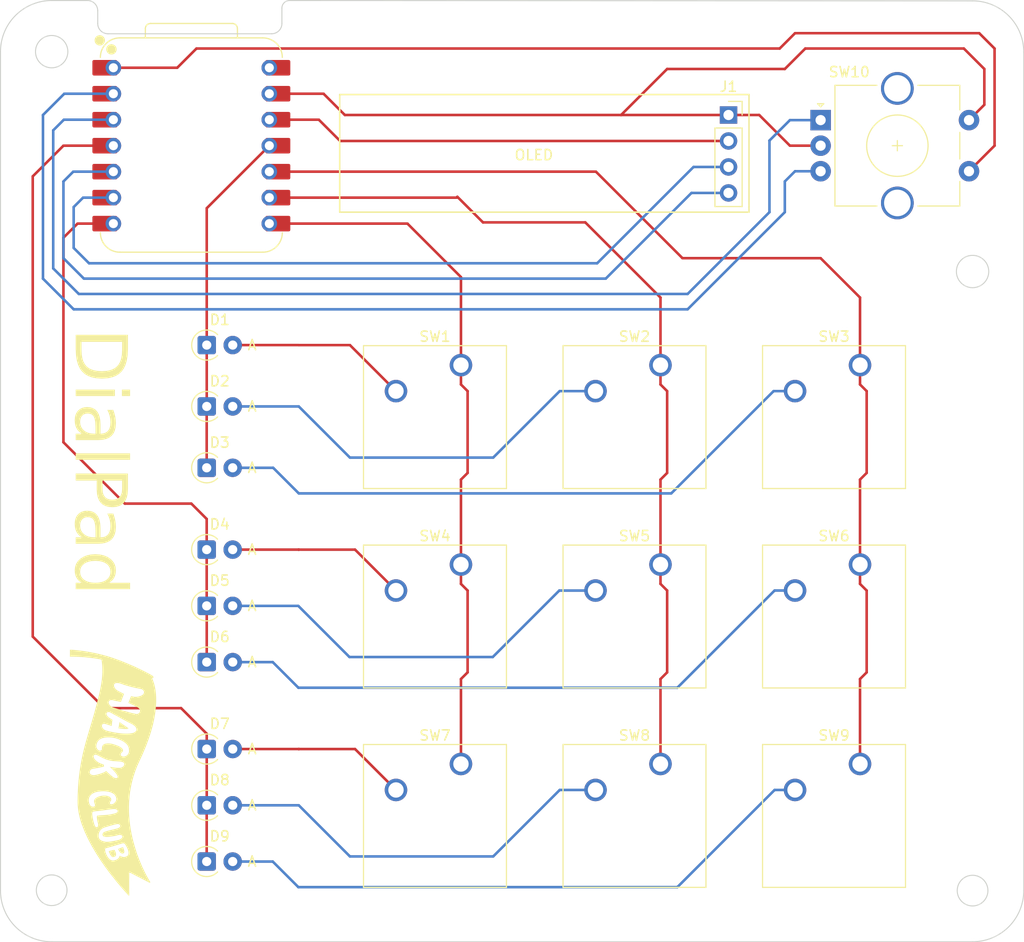
<source format=kicad_pcb>
(kicad_pcb (version 20241229) (generator "pcbnew") (generator_version "9.0")
  (title_block (title "DialPad") (date "2025-07-02") (rev "v1.0") (comment 1 "Author: Felix Wittwer"))
  (layers (0 "F.Cu" signal) (2 "B.Cu" signal) (13 "F.Paste" user) (15 "B.Paste" user) (5 "F.SilkS" user "F.Silkscreen") (7 "B.SilkS" user "B.Silkscreen") (1 "F.Mask" user) (3 "B.Mask" user) (25 "Edge.Cuts" user))
  (net 0 "")
  (net 1 "ROW1")
  (net 2 "Net-(D1-A)")
  (net 3 "Net-(D2-A)")
  (net 4 "Net-(D3-A)")
  (net 5 "Net-(D4-A)")
  (net 6 "ROW2")
  (net 7 "Net-(D5-A)")
  (net 8 "Net-(D6-A)")
  (net 9 "Net-(D7-A)")
  (net 10 "ROW3")
  (net 11 "Net-(D8-A)")
  (net 12 "Net-(D9-A)")
  (net 13 "SCL")
  (net 14 "SDA")
  (net 15 "GND")
  (net 16 "+3.3V")
  (net 17 "COL1")
  (net 18 "COL2")
  (net 19 "COL3")
  (net 20 "ROTA")
  (net 21 "ROTB")
  (net 22 "BTN")
  (net 23 "+5V")
  (footprint "Button_Switch_Keyboard:SW_Cherry_MX_1.00u_PCB" (layer "F.Cu") (at 174.5 114.155)
    (property "Reference" "SW5")
    (property "Value" "SW_Push")
  )
  (footprint "Diode_THT:D_A-405_P2.54mm_Vertical_AnodeUp" (layer "F.Cu") (at 130.15 118.1925)
    (property "Reference" "D5")
    (property "Value" "1N4148W")
  )
  (footprint "Button_Switch_Keyboard:SW_Cherry_MX_1.00u_PCB" (layer "F.Cu") (at 194 114.155)
    (property "Reference" "SW6")
    (property "Value" "SW_Push")
  )
  (footprint "Button_Switch_Keyboard:SW_Cherry_MX_1.00u_PCB" (layer "F.Cu") (at 155 94.655)
    (property "Reference" "SW1")
    (property "Value" "SW_Push")
  )
  (footprint "Button_Switch_Keyboard:SW_Cherry_MX_1.00u_PCB" (layer "F.Cu") (at 174.5 133.655)
    (property "Reference" "SW8")
    (property "Value" "SW_Push")
  )
  (footprint "Diode_THT:D_A-405_P2.54mm_Vertical_AnodeUp" (layer "F.Cu") (at 130.15 104.6925)
    (property "Reference" "D3")
    (property "Value" "1N4148W")
  )
  (footprint "Diode_THT:D_A-405_P2.54mm_Vertical_AnodeUp" (layer "F.Cu") (at 130.155 137.6925)
    (property "Reference" "D8")
    (property "Value" "1N4148W")
  )
  (footprint "Diode_THT:D_A-405_P2.54mm_Vertical_AnodeUp" (layer "F.Cu") (at 130.155 123.6925)
    (property "Reference" "D6")
    (property "Value" "1N4148W")
  )
  (footprint "Button_Switch_Keyboard:SW_Cherry_MX_1.00u_PCB" (layer "F.Cu") (at 155 114.155)
    (property "Reference" "SW4")
    (property "Value" "SW_Push")
  )
  (footprint "Diode_THT:D_A-405_P2.54mm_Vertical_AnodeUp" (layer "F.Cu") (at 130.155 132.1925)
    (property "Reference" "D7")
    (property "Value" "1N4148W")
  )
  (footprint "Button_Switch_Keyboard:SW_Cherry_MX_1.00u_PCB" (layer "F.Cu") (at 174.5 94.655)
    (property "Reference" "SW2")
    (property "Value" "SW_Push")
  )
  (footprint "OPL:XIAO-RP2040-DIP" (layer "F.Cu") (at 128.65 73.195)
    (property "Reference" "U1" (hide yes))
    (property "Value" "XIAO-RP2350-DIP")
  )
  (footprint "Diode_THT:D_A-405_P2.54mm_Vertical_AnodeUp" (layer "F.Cu") (at 130.15 143.1925)
    (property "Reference" "D9")
    (property "Value" "1N4148W")
  )
  (footprint "Button_Switch_Keyboard:SW_Cherry_MX_1.00u_PCB" (layer "F.Cu") (at 194 133.655)
    (property "Reference" "SW9")
    (property "Value" "SW_Push")
  )
  (footprint "Rotary_Encoder:RotaryEncoder_Alps_EC11E-Switch_Vertical_H20mm_CircularMountingHoles" (layer "F.Cu") (at 190.15 70.695)
    (property "Reference" "SW10")
    (property "Value" "RotaryEncoder_Switch")
  )
  (footprint "Diode_THT:D_A-405_P2.54mm_Vertical_AnodeUp" (layer "F.Cu") (at 130.155 92.6925)
    (property "Reference" "D1")
    (property "Value" "1N4148W")
  )
  (footprint "Button_Switch_Keyboard:SW_Cherry_MX_1.00u_PCB" (layer "F.Cu") (at 155 133.655)
    (property "Reference" "SW7")
    (property "Value" "SW_Push")
  )
  (footprint "Diode_THT:D_A-405_P2.54mm_Vertical_AnodeUp" (layer "F.Cu") (at 130.15 112.6925)
    (property "Reference" "D4")
    (property "Value" "1N4148W")
  )
  (footprint "Diode_THT:D_A-405_P2.54mm_Vertical_AnodeUp" (layer "F.Cu") (at 130.155 98.6925)
    (property "Reference" "D2")
    (property "Value" "1N4148W")
  )
  (footprint "Connector_PinSocket_2.54mm:PinSocket_1x04_P2.54mm_Vertical" (layer "F.Cu") (at 181.15 70.195)
    (property "Reference" "J1")
    (property "Value" "Conn_01x04_Pin")
  )
  (footprint "Button_Switch_Keyboard:SW_Cherry_MX_1.00u_PCB" (layer "F.Cu") (at 194 94.655)
    (property "Reference" "SW3")
    (property "Value" "SW_Push")
  )
  (gr_line (start 183.15 68.195) (end 183.15 79.195) (stroke (width 0.15)) (layer "F.SilkS"))
  (gr_line (start 143.15 68.195) (end 143.15 79.695) (stroke (width 0.15)) (layer "F.SilkS"))
  (gr_line (start 183.15 68.195) (end 143.15 68.195) (stroke (width 0.15)) (layer "F.SilkS"))
  (gr_poly (pts (xy 122.099861 142.246141) (xy 122.09829 142.262912) (xy 122.097089 142.27105) (xy 122.095602 142.279018) (xy 122.09382 142.28681) (xy 122.091737 142.294423) (xy 122.089345 142.301852) (xy 122.086636 142.309092) (xy 122.083603 142.316139) (xy 122.080238 142.322988) (xy 122.076535 142.329636) (xy 122.072485 142.336076) (xy 122.068081 142.342306) (xy 122.063315 142.34832) (xy 122.058181 142.354114) (xy 122.05267 142.359684) (xy 122.046775 142.365024) (xy 122.040488 142.370131) (xy 122.033803 142.375) (xy 122.026712 142.379627) (xy 122.019206 142.384006) (xy 122.01128 142.388135) (xy 122.002924 142.392007) (xy 121.994132 142.395619) (xy 121.984897 142.398966) (xy 121.97521 142.402043) (xy 121.965065 142.404847) (xy 121.954453 142.407372) (xy 121.929853 142.411245) (xy 121.905666 142.412079) (xy 121.881916 142.410065) (xy 121.858627 142.405393) (xy 121.835823 142.398256) (xy 121.813528 142.388845) (xy 121.791766 142.37735) (xy 121.770563 142.363964) (xy 121.74994 142.348877) (xy 121.729924 142.33228) (xy 121.710538 142.314366) (xy 121.691806 142.295324) (xy 121.673752 142.275347) (xy 121.6564 142.254626) (xy 121.623902 142.211715) (xy 121.594503 142.168123) (xy 121.568397 142.125378) (xy 121.545777 142.085012) (xy 121.526837 142.048554) (xy 121.500767 141.993482) (xy 121.491734 141.972405) (xy 121.968148 141.768967) (xy 122.051202 141.999782) (xy 122.069129 142.055912) (xy 122.076971 142.083321) (xy 122.083896 142.11019) (xy 122.089777 142.136444) (xy 122.094488 142.162006) (xy 122.097902 142.186799) (xy 122.099892 142.210747) (xy 122.100375 142.228741)) (fill yes) (layer "F.SilkS"))
  (gr_poly (pts (xy 125.211741 127.660794) (xy 125.178708 128.183831) (xy 125.108121 128.758941) (xy 125.057005 129.066347) (xy 124.994412 129.387162) (xy 124.919647 129.721514) (xy 124.832014 130.069533) (xy 124.730816 130.431349) (xy 124.615358 130.807092) (xy 124.484944 131.196891) (xy 124.338877 131.600876) (xy 124.176463 132.019178) (xy 123.997004 132.451925) (xy 123.799806 132.899248) (xy 123.584172 133.361275) (xy 123.357419 133.868021) (xy 123.16215 134.374204) (xy 122.996891 134.878999) (xy 122.860168 135.381577) (xy 122.750506 135.881112) (xy 122.666431 136.376778) (xy 122.606469 136.867746) (xy 122.569146 137.353191) (xy 122.552986 137.832285) (xy 122.556517 138.304201) (xy 122.578263 138.768112) (xy 122.61675 139.223191) (xy 122.670505 139.668612) (xy 122.738052 140.103547) (xy 122.817918 140.527169) (xy 122.908628 140.938652) (xy 123.116683 141.72189) (xy 123.350423 142.446646) (xy 123.598055 143.106304) (xy 123.847783 143.694249) (xy 124.087813 144.203863) (xy 124.306352 144.628533) (xy 124.631775 145.196572) (xy 124.633452 145.19968) (xy 124.634724 145.202898) (xy 124.635609 145.206211) (xy 124.636123 145.2096) (xy 124.636281 145.213049) (xy 124.636101 145.21654) (xy 124.635599 145.220057) (xy 124.634791 145.223581) (xy 124.633694 145.227097) (xy 124.632324 145.230587) (xy 124.630697 145.234033) (xy 124.62883 145.237419) (xy 124.626739 145.240727) (xy 124.62444 145.243941) (xy 124.62195 145.247042) (xy 124.619286 145.250015) (xy 124.616463 145.252841) (xy 124.613499 145.255504) (xy 124.610409 145.257987) (xy 124.607209 145.260272) (xy 124.603917 145.262342) (xy 124.600548 145.26418) (xy 124.59712 145.265769) (xy 124.593647 145.267092) (xy 124.590148 145.268131) (xy 124.586637 145.26887) (xy 124.583132 145.269291) (xy 124.579649 145.269377) (xy 124.576204 145.269111) (xy 124.572813 145.268476) (xy 124.569494 145.267455) (xy 124.566262 145.26603) (xy 122.650054 144.281609) (xy 122.647207 144.28026) (xy 122.644335 144.279122) (xy 122.641444 144.278191) (xy 122.638543 144.277462) (xy 122.635638 144.276931) (xy 122.632736 144.276594) (xy 122.629847 144.276446) (xy 122.626977 144.276482) (xy 122.624133 144.276699) (xy 122.621324 144.277092) (xy 122.618557 144.277656) (xy 122.615839 144.278387) (xy 122.613178 144.27928) (xy 122.610581 144.280332) (xy 122.608057 144.281537) (xy 122.605612 144.282892) (xy 122.603254 144.284391) (xy 122.60099 144.286031) (xy 122.598829 144.287807) (xy 122.596778 144.289715) (xy 122.594844 144.29175) (xy 122.593034 144.293907) (xy 122.591357 144.296183) (xy 122.58982 144.298573) (xy 122.58843 144.301072) (xy 122.587196 144.303676) (xy 122.586123 144.306381) (xy 122.585221 144.309182) (xy 122.584497 144.312075) (xy 122.583957 144.315055) (xy 122.583611 144.318118) (xy 122.583464 144.321259) (xy 122.576886 145.116584) (xy 122.576912 145.748224) (xy 122.582926 146.469636) (xy 122.58284 146.47347) (xy 122.582487 146.477192) (xy 122.581878 146.480797) (xy 122.581025 146.484277) (xy 122.579942 146.487627) (xy 122.57864 146.490838) (xy 122.577132 146.493906) (xy 122.575428 146.496823) (xy 122.573543 146.499583) (xy 122.571487 146.502178) (xy 122.569273 146.504604) (xy 122.566914 146.506852) (xy 122.564421 146.508917) (xy 122.561806 146.510792) (xy 122.559082 146.51247) (xy 122.556261 146.513944) (xy 122.553355 146.515209) (xy 122.550376 146.516258) (xy 122.547336 146.517084) (xy 122.544248 146.51768) (xy 122.541123 146.51804) (xy 122.537975 146.518157) (xy 122.534814 146.518025) (xy 122.531653 146.517638) (xy 122.528505 146.516988) (xy 122.525382 146.516069) (xy 122.522295 146.514874) (xy 122.519257 146.513398) (xy 122.516279 146.511633) (xy 122.513376 146.509573) (xy 122.510557 146.507211) (xy 122.507836 146.50454) (xy 122.112103 146.072032) (xy 121.462977 145.317834) (xy 120.654821 144.301537) (xy 120.220596 143.713724) (xy 119.782 143.082734) (xy 119.350828 142.416015) (xy 118.938877 141.721017) (xy 118.55794 141.005189) (xy 118.219815 140.275979) (xy 117.936295 139.540837) (xy 117.818699 139.173369) (xy 117.719177 138.807211) (xy 117.639205 138.443295) (xy 117.580257 138.082551) (xy 117.543806 137.725911) (xy 117.531329 137.374306) (xy 117.542028 136.642879) (xy 117.572989 135.951301) (xy 117.622503 135.296301) (xy 117.688862 134.674608) (xy 117.77036 134.082954) (xy 117.865287 133.518066) (xy 117.971937 132.976674) (xy 118.088601 132.455508) (xy 118.213572 131.951298) (xy 118.345142 131.460773) (xy 118.62125 130.507694) (xy 118.903262 129.570109) (xy 119.177516 128.621854) (xy 119.273219 128.267146) (xy 119.273219 132.746128) (xy 119.245547 132.748346) (xy 119.219785 132.753487) (xy 119.19607 132.761444) (xy 119.174541 132.77211) (xy 119.155336 132.785378) (xy 119.138592 132.801142) (xy 119.124449 132.819294) (xy 119.113044 132.839727) (xy 119.104516 132.862335) (xy 119.099002 132.88701) (xy 119.096641 132.913646) (xy 119.09757 132.942136) (xy 119.101928 132.972373) (xy 119.109853 133.004249) (xy 119.121484 133.037658) (xy 119.136957 133.072493) (xy 119.156412 133.108648) (xy 119.179987 133.146014) (xy 119.207819 133.184485) (xy 119.240046 133.223955) (xy 119.276808 133.264316) (xy 119.318242 133.305461) (xy 119.364486 133.347284) (xy 119.415678 133.389677) (xy 119.471956 133.432534) (xy 119.533459 133.475747) (xy 119.565529 133.496856) (xy 119.602372 133.518034) (xy 119.643045 133.539084) (xy 119.686604 133.559809) (xy 119.732104 133.58001) (xy 119.778601 133.599491) (xy 119.87081 133.635501) (xy 119.955676 133.666258) (xy 120.025648 133.690184) (xy 120.090689 133.71122) (xy 120.113333 133.912423) (xy 119.685121 134.005367) (xy 119.320819 134.0778) (xy 119.150985 134.107748) (xy 119.008357 134.128655) (xy 118.978799 134.134211) (xy 118.950173 134.142634) (xy 118.922601 134.153727) (xy 118.896205 134.167291) (xy 118.871109 134.18313) (xy 118.847437 134.201044) (xy 118.82531 134.220836) (xy 118.804851 134.242307) (xy 118.786185 134.26526) (xy 118.769434 134.289497) (xy 118.75472 134.314819) (xy 118.742167 134.341029) (xy 118.731898 134.367928) (xy 118.724036 134.395319) (xy 118.718704 134.423004) (xy 118.716024 134.450783) (xy 118.71612 134.478461) (xy 118.719115 134.505837) (xy 118.725132 134.532716) (xy 118.734293 134.558897) (xy 118.746722 134.584184) (xy 118.762542 134.608378) (xy 118.781875 134.631282) (xy 118.804845 134.652697) (xy 118.831575 134.672425) (xy 118.862188 134.690268) (xy 118.896806 134.706029) (xy 118.935552 134.719508) (xy 118.978551 134.730509) (xy 119.025924 134.738833) (xy 119.077794 134.744283) (xy 119.134285 134.746659) (xy 119.218521 134.736492) (xy 119.309889 134.721061) (xy 119.408423 134.700232) (xy 119.514159 134.673873) (xy 119.627128 134.641849) (xy 119.747366 134.604028) (xy 119.874906 134.560276) (xy 120.009781 134.510461) (xy 120.046614 134.496873) (xy 120.046614 136.320434) (xy 119.93702 136.321503) (xy 119.854576 136.325268) (xy 119.774396 136.331008) (xy 119.696525 136.33871) (xy 119.621004 136.348359) (xy 119.547877 136.359942) (xy 119.477187 136.373442) (xy 119.408976 136.388847) (xy 119.343289 136.406142) (xy 119.280168 136.425313) (xy 119.219655 136.446344) (xy 119.161794 136.469222) (xy 119.106629 136.493933) (xy 119.054201 136.520462) (xy 119.004554 136.548795) (xy 118.957731 136.578917) (xy 118.913776 136.610814) (xy 118.87273 136.644472) (xy 118.834637 136.679876) (xy 118.799541 136.717012) (xy 118.767483 136.755866) (xy 118.738508 136.796423) (xy 118.712658 136.838668) (xy 118.689976 136.882589) (xy 118.670505 136.92817) (xy 118.654288 136.975396) (xy 118.641368 137.024254) (xy 118.631789 137.07473) (xy 118.625593 137.126808) (xy 118.622823 137.180474) (xy 118.623522 137.235715) (xy 118.627734 137.292515) (xy 118.6355 137.350861) (xy 118.646073 137.407719) (xy 118.658569 137.460171) (xy 118.672843 137.508376) (xy 118.68875 137.552495) (xy 118.706144 137.592686) (xy 118.724881 137.629109) (xy 118.744815 137.661922) (xy 118.765802 137.691284) (xy 118.787695 137.717356) (xy 118.810349 137.740296) (xy 118.83362 137.760264) (xy 118.857363 137.777418) (xy 118.881431 137.791917) (xy 118.905681 137.803922) (xy 118.929966 137.813591) (xy 118.954142 137.821083) (xy 118.978063 137.826557) (xy 119.001584 137.830174) (xy 119.02456 137.832091) (xy 119.046846 137.832468) (xy 119.068296 137.831465) (xy 119.088766 137.82924) (xy 119.10811 137.825952) (xy 119.126183 137.821762) (xy 119.14284 137.816827) (xy 119.157936 137.811308) (xy 119.171324 137.805363) (xy 119.182862 137.799152) (xy 119.192402 137.792833) (xy 119.1998 137.786567) (xy 119.204911 137.780512) (xy 119.207589 137.774827) (xy 119.210286 137.766453) (xy 119.213672 137.758482) (xy 119.221382 137.742101) (xy 119.225144 137.732865) (xy 119.22847 137.722382) (xy 119.231077 137.710238) (xy 119.232685 137.696023) (xy 119.233012 137.679322) (xy 119.231777 137.659723) (xy 119.228699 137.636814) (xy 119.223496 137.610182) (xy 119.215888 137.579414) (xy 119.205592 137.544098) (xy 119.192328 137.50382) (xy 119.175814 137.458169) (xy 119.167322 137.434108) (xy 119.160078 137.410416) (xy 119.154095 137.387087) (xy 119.149385 137.364115) (xy 119.145963 137.341495) (xy 119.143842 137.319219) (xy 119.143033 137.297283) (xy 119.143551 137.27568) (xy 119.145407 137.254405) (xy 119.148617 137.233451) (xy 119.153192 137.212813) (xy 119.159145 137.192485) (xy 119.166489 137.172461) (xy 119.175239 137.152734) (xy 119.185406 137.1333) (xy 119.197003 137.114152) (xy 119.210045 137.095284) (xy 119.224543 137.07669) (xy 119.240511 137.058364) (xy 119.257962 137.040301) (xy 119.276909 137.022495) (xy 119.297364 137.004939) (xy 119.319342 136.987628) (xy 119.342855 136.970556) (xy 119.367916 136.953717) (xy 119.394539 136.937104) (xy 119.452519 136.904537) (xy 119.516901 136.872807) (xy 119.587788 136.841866) (xy 119.640822 136.822302) (xy 119.699064 136.804192) (xy 119.761808 136.787834) (xy 119.828348 136.773527) (xy 119.897978 136.761569) (xy 119.969994 136.752257) (xy 120.043687 136.74589) (xy 120.118354 136.742767) (xy 120.193287 136.743185) (xy 120.267782 136.747443) (xy 120.341132 136.755839) (xy 120.412631 136.768671) (xy 120.481573 136.786237) (xy 120.547253 136.808836) (xy 120.578649 136.822116) (xy 120.608965 136.836765) (xy 120.638112 136.852822) (xy 120.666003 136.870324) (xy 120.673883 136.875762) (xy 120.681407 136.881178) (xy 120.688588 136.886569) (xy 120.695434 136.891929) (xy 120.701956 136.897256) (xy 120.708164 136.902544) (xy 120.719681 136.912987) (xy 120.730068 136.923225) (xy 120.739407 136.933224) (xy 120.747781 136.942951) (xy 120.755273 136.952371) (xy 120.761964 136.961451) (xy 120.767939 136.970157) (xy 120.77328 136.978455) (xy 120.778068 136.98631) (xy 120.79336 137.012635) (xy 120.799603 137.023535) (xy 120.805062 137.034434) (xy 120.809773 137.045312) (xy 120.81377 137.056151) (xy 120.817089 137.066933) (xy 120.819764 137.077638) (xy 120.821829 137.088249) (xy 120.823321 137.098747) (xy 120.824274 137.109112) (xy 120.824722 137.119327) (xy 120.824701 137.129374) (xy 120.824245 137.139232) (xy 120.82339 137.148884) (xy 120.82217 137.158311) (xy 120.82062 137.167495) (xy 120.818776 137.176416) (xy 120.816671 137.185057) (xy 120.814341 137.193398) (xy 120.809145 137.209109) (xy 120.803466 137.223399) (xy 120.797585 137.23612) (xy 120.791779 137.247123) (xy 120.786329 137.256258) (xy 120.781512 137.263378) (xy 120.777609 137.268334) (xy 120.756953 137.298097) (xy 120.739113 137.326341) (xy 120.723991 137.35308) (xy 120.711493 137.378329) (xy 120.701521 137.402104) (xy 120.693979 137.424419) (xy 120.68877 137.44529) (xy 120.6858 137.46473) (xy 120.68497 137.482756) (xy 120.686185 137.499383) (xy 120.689349 137.514624) (xy 120.694365 137.528496) (xy 120.701136 137.541012) (xy 120.709568 137.552189) (xy 120.719562 137.562041) (xy 120.731023 137.570583) (xy 120.743854 137.57783) (xy 120.75796 137.583797) (xy 120.773244 137.588499) (xy 120.789609 137.591951) (xy 120.806959 137.594167) (xy 120.825198 137.595164) (xy 120.84423 137.594955) (xy 120.863957 137.593556) (xy 120.884285 137.590982) (xy 120.905116 137.587248) (xy 120.926354 137.582368) (xy 120.947903 137.576358) (xy 120.969666 137.569233) (xy 120.991548 137.561007) (xy 121.013452 137.551696) (xy 121.035281 137.541314) (xy 121.068545 137.516807) (xy 121.099871 137.491747) (xy 121.125586 137.469322) (xy 121.125586 138.061669) (xy 121.059592 138.06348) (xy 120.988871 138.067575) (xy 120.83546 138.0816) (xy 120.669776 138.101704) (xy 120.496239 138.125849) (xy 120.143291 138.178107) (xy 119.972722 138.202142) (xy 119.811986 138.222062) (xy 119.366071 138.269273) (xy 119.28712 138.278528) (xy 119.211084 138.288768) (xy 119.132913 138.300997) (xy 119.047558 138.316216) (xy 119.026648 138.323859) (xy 119.009106 138.337974) (xy 118.994759 138.358128) (xy 118.983433 138.383886) (xy 118.974954 138.414813) (xy 118.969147 138.450475) (xy 118.96584 138.490436) (xy 118.964857 138.534262) (xy 118.969171 138.631769) (xy 118.980697 138.739519) (xy 118.998044 138.854034) (xy 119.019819 138.971835) (xy 119.07109 139.203386) (xy 119.123377 139.40635) (xy 119.165546 139.552902) (xy 119.186465 139.61522) (xy 119.189758 139.621926) (xy 119.193176 139.630932) (xy 119.201199 139.654669) (xy 119.206211 139.66881) (xy 119.212163 139.684073) (xy 119.219257 139.700164) (xy 119.227698 139.716787) (xy 119.237689 139.733649) (xy 119.24333 139.742077) (xy 119.249435 139.750454) (xy 119.256029 139.758744) (xy 119.263138 139.766909) (xy 119.270788 139.774912) (xy 119.279003 139.782717) (xy 119.28781 139.790288) (xy 119.297233 139.797586) (xy 119.307299 139.804575) (xy 119.318032 139.811219) (xy 119.329459 139.817481) (xy 119.341604 139.823324) (xy 119.354494 139.82871) (xy 119.368153 139.833604) (xy 119.381685 139.838373) (xy 119.394729 139.841284) (xy 119.40728 139.84242) (xy 119.419333 139.841864) (xy 119.430881 139.8397) (xy 119.441919 139.836011) (xy 119.45244 139.830881) (xy 119.462439 139.824391) (xy 119.47191 139.816627) (xy 119.480847 139.807671) (xy 119.489244 139.797606) (xy 119.497096 139.786517) (xy 119.504396 139.774485) (xy 119.511138 139.761595) (xy 119.522928 139.733573) (xy 119.532418 139.703116) (xy 119.53956 139.670892) (xy 119.544309 139.637567) (xy 119.546617 139.603807) (xy 119.546438 139.570279) (xy 119.543724 139.53765) (xy 119.538429 139.506586) (xy 119.530505 139.477753) (xy 119.509138 139.40592) (xy 119.484259 139.30718) (xy 119.459176 139.191658) (xy 119.447593 139.130768) (xy 119.437201 139.069478) (xy 119.428412 139.009054) (xy 119.421641 138.950762) (xy 119.417301 138.895867) (xy 119.415807 138.845634) (xy 119.417571 138.801329) (xy 119.419804 138.781795) (xy 119.423007 138.764218) (xy 119.427232 138.748755) (xy 119.43253 138.735565) (xy 119.438953 138.724807) (xy 119.446553 138.716637) (xy 119.472694 138.704224) (xy 119.517013 138.693978) (xy 119.577584 138.685458) (xy 119.652483 138.678221) (xy 120.056856 138.653281) (xy 120.29496 138.63703) (xy 120.536478 138.613546) (xy 120.653705 138.597988) (xy 120.76601 138.579296) (xy 120.871468 138.55703) (xy 120.968155 138.530747) (xy 121.00075 138.525206) (xy 121.032053 138.519384) (xy 121.062082 138.513291) (xy 121.090854 138.50694) (xy 121.118388 138.500341) (xy 121.1447 138.493505) (xy 121.169809 138.486442) (xy 121.193733 138.479164) (xy 121.216489 138.471682) (xy 121.238094 138.464006) (xy 121.258567 138.456148) (xy 121.277925 138.448119) (xy 121.296186 138.439928) (xy 121.313368 138.431588) (xy 121.329488 138.423109) (xy 121.344564 138.414503) (xy 121.358614 138.405779) (xy 121.371655 138.39695) (xy 121.383706 138.388025) (xy 121.394784 138.379016) (xy 121.404906 138.369934) (xy 121.41409 138.36079) (xy 121.422355 138.351594) (xy 121.429717 138.342358) (xy 121.436195 138.333093) (xy 121.441806 138.323809) (xy 121.446568 138.314517) (xy 121.450499 138.305229) (xy 121.453616 138.295954) (xy 121.455937 138.286705) (xy 121.45748 138.277492) (xy 121.458262 138.268326) (xy 121.45826 138.268326) (xy 121.45825 138.258009) (xy 121.457311 138.247782) (xy 121.45547 138.237661) (xy 121.452753 138.227662) (xy 121.449185 138.2178) (xy 121.444792 138.208092) (xy 121.4396 138.198554) (xy 121.433635 138.189201) (xy 121.426923 138.180049) (xy 121.419488 138.171114) (xy 121.402558 138.15396) (xy 121.383052 138.137866) (xy 121.361174 138.122958) (xy 121.337133 138.109364) (xy 121.311133 138.09721) (xy 121.283383 138.086625) (xy 121.254088 138.077735) (xy 121.223454 138.070667) (xy 121.191688 138.065549) (xy 121.158997 138.062507) (xy 121.125586 138.061669) (xy 121.125586 137.469322) (xy 121.129232 137.466143) (xy 121.156604 137.439999) (xy 121.181962 137.413323) (xy 121.205281 137.386123) (xy 121.226536 137.358404) (xy 121.245704 137.330173) (xy 121.262758 137.301438) (xy 121.277674 137.272205) (xy 121.290427 137.242481) (xy 121.300992 137.212272) (xy 121.309344 137.181586) (xy 121.315459 137.15043) (xy 121.319312 137.118809) (xy 121.320878 137.086732) (xy 121.320498 137.061472) (xy 121.318707 137.035945) (xy 121.315493 137.010152) (xy 121.310846 136.984097) (xy 121.304752 136.957783) (xy 121.297202 136.931213) (xy 121.288183 136.90439) (xy 121.277683 136.877318) (xy 121.265692 136.849999) (xy 121.252197 136.822437) (xy 121.237187 136.794634) (xy 121.220651 136.766594) (xy 121.202577 136.73832) (xy 121.182954 136.709814) (xy 121.161769 136.681081) (xy 121.139012 136.652123) (xy 121.097428 136.613299) (xy 121.051496 136.57642) (xy 121.001189 136.541588) (xy 120.94648 136.508905) (xy 120.887344 136.478473) (xy 120.823754 136.450395) (xy 120.755682 136.424772) (xy 120.683103 136.401706) (xy 120.605991 136.381301) (xy 120.524317 136.363656) (xy 120.438057 136.348876) (xy 120.347183 136.337061) (xy 120.251669 136.328315) (xy 120.151488 136.322738) (xy 120.046614 136.320434) (xy 120.046614 134.496873) (xy 120.05261 134.494662) (xy 120.097251 134.476588) (xy 120.149469 134.453219) (xy 120.176566 134.439898) (xy 120.203334 134.425673) (xy 120.229032 134.410682) (xy 120.252917 134.395066) (xy 120.27425 134.378963) (xy 120.283727 134.370773) (xy 120.292288 134.362513) (xy 120.29984 134.354202) (xy 120.30629 134.345857) (xy 120.311547 134.337494) (xy 120.315516 134.329133) (xy 120.417543 134.428843) (xy 120.527266 134.532317) (xy 120.660299 134.652724) (xy 120.804768 134.775956) (xy 120.877581 134.834222) (xy 120.9488 134.887903) (xy 121.016942 134.935236) (xy 121.080521 134.974457) (xy 121.138055 135.003802) (xy 121.164091 135.01422) (xy 121.188059 135.021508) (xy 121.234931 135.031202) (xy 121.279221 135.036423) (xy 121.320173 135.036878) (xy 121.339161 135.035227) (xy 121.357031 135.032273) (xy 121.373687 135.027981) (xy 121.389036 135.022313) (xy 121.402983 135.015233) (xy 121.415432 135.006704) (xy 121.426291 134.996689) (xy 121.435463 134.985152) (xy 121.442854 134.972056) (xy 121.44837 134.957363) (xy 121.451916 134.941037) (xy 121.453397 134.923042) (xy 121.452718 134.903341) (xy 121.449786 134.881896) (xy 121.444505 134.858671) (xy 121.436781 134.83363) (xy 121.42652 134.806735) (xy 121.413625 134.777949) (xy 121.398004 134.747237) (xy 121.379561 134.714561) (xy 121.358201 134.679884) (xy 121.333831 134.64317) (xy 121.306355 134.604382) (xy 121.275678 134.563483) (xy 121.241707 134.520436) (xy 121.204346 134.475205) (xy 121.166081 134.43014) (xy 121.129448 134.387565) (xy 121.094422 134.34741) (xy 121.060974 134.309607) (xy 121.029077 134.274086) (xy 120.998703 134.240777) (xy 120.969826 134.20961) (xy 120.942417 134.180517) (xy 120.916449 134.153428) (xy 120.891895 134.128273) (xy 120.868727 134.104983) (xy 120.846919 134.083488) (xy 120.826441 134.063719) (xy 120.807268 134.045606) (xy 120.789371 134.02908) (xy 120.772723 134.014072) (xy 120.743064 133.98833) (xy 120.718072 133.967823) (xy 120.697528 133.951997) (xy 120.681211 133.940294) (xy 120.668903 133.93216) (xy 120.660383 133.927038) (xy 120.65383 133.923608) (xy 120.742185 133.941787) (xy 120.841149 133.960174) (xy 120.96643 133.980902) (xy 121.110375 134.001081) (xy 121.26533 134.017817) (xy 121.344545 134.023991) (xy 121.423641 134.02822) (xy 121.473038 134.029437) (xy 121.473038 139.52818) (xy 121.451011 139.528327) (xy 121.428368 139.530022) (xy 121.336779 139.542259) (xy 121.241036 139.559891) (xy 121.134506 139.584198) (xy 121.010554 139.616459) (xy 120.683849 139.709955) (xy 120.207848 139.850609) (xy 120.142485 139.873605) (xy 120.081747 139.898925) (xy 120.025472 139.926383) (xy 119.973496 139.955795) (xy 119.925654 139.986976) (xy 119.881783 140.019742) (xy 119.841719 140.053907) (xy 119.805298 140.089287) (xy 119.772355 140.125698) (xy 119.742728 140.162953) (xy 119.716252 140.200869) (xy 119.692763 140.239261) (xy 119.672097 140.277943) (xy 119.654091 140.316732) (xy 119.638581 140.355442) (xy 119.625402 140.393888) (xy 119.614391 140.431886) (xy 119.605383 140.469252) (xy 119.592725 140.541344) (xy 119.586115 140.608686) (xy 119.584242 140.6698) (xy 119.585796 140.723208) (xy 119.589464 140.767432) (xy 119.597901 140.822411) (xy 119.605368 140.850316) (xy 119.614099 140.876836) (xy 119.624042 140.902016) (xy 119.635143 140.925901) (xy 119.647351 140.948534) (xy 119.660613 140.969959) (xy 119.674877 140.990221) (xy 119.69009 141.009364) (xy 119.706199 141.027431) (xy 119.723152 141.044468) (xy 119.740897 141.060517) (xy 119.759381 141.075623) (xy 119.798357 141.103182) (xy 119.83966 141.127499) (xy 119.882869 141.148926) (xy 119.927566 141.167816) (xy 119.973329 141.184521) (xy 120.019741 141.199395) (xy 120.112825 141.225058) (xy 120.203461 141.247628) (xy 120.254902 141.257041) (xy 120.315802 141.262419) (xy 120.385118 141.264038) (xy 120.461803 141.262176) (xy 120.544814 141.257108) (xy 120.633106 141.249113) (xy 120.821356 141.225444) (xy 121.018194 141.193382) (xy 121.215264 141.155143) (xy 121.404209 141.11294) (xy 121.576672 141.068986) (xy 121.61631 141.053524) (xy 121.653702 141.036976) (xy 121.688804 141.01945) (xy 121.721571 141.001056) (xy 121.75196 140.981904) (xy 121.766248 140.972078) (xy 121.779926 140.962103) (xy 121.792986 140.951994) (xy 121.805424 140.941763) (xy 121.817235 140.931425) (xy 121.828412 140.920994) (xy 121.83895 140.910482) (xy 121.848844 140.899904) (xy 121.858087 140.889273) (xy 121.866676 140.878603) (xy 121.874603 140.867908) (xy 121.881864 140.857202) (xy 121.888452 140.846497) (xy 121.894363 140.835808) (xy 121.899591 140.825149) (xy 121.904131 140.814533) (xy 121.907976 140.803974) (xy 121.911121 140.793485) (xy 121.913561 140.783081) (xy 121.91529 140.772775) (xy 121.916303 140.76258) (xy 121.916594 140.752511) (xy 121.915599 140.737128) (xy 121.912824 140.722133) (xy 121.908246 140.707578) (xy 121.901847 140.693514) (xy 121.893604 140.679992) (xy 121.883498 140.667064) (xy 121.871508 140.654781) (xy 121.857612 140.643194) (xy 121.841791 140.632355) (xy 121.824024 140.622316) (xy 121.80429 140.613127) (xy 121.782568 140.60484) (xy 121.758838 140.597507) (xy 121.733079 140.591179) (xy 121.70527 140.585906) (xy 121.675391 140.581742) (xy 121.653915 140.581893) (xy 121.631462 140.583363) (xy 121.608025 140.586052) (xy 121.583593 140.589861) (xy 121.531713 140.600438) (xy 121.475754 140.614295) (xy 121.351315 140.648653) (xy 121.282696 140.667558) (xy 121.209719 140.686547) (xy 121.048745 140.713194) (xy 120.88298 140.738505) (xy 120.717296 140.760037) (xy 120.636008 140.76862) (xy 120.556568 140.775342) (xy 120.479586 140.779895) (xy 120.405671 140.781975) (xy 120.335433 140.781276) (xy 120.269479 140.777491) (xy 120.208421 140.770316) (xy 120.152867 140.759444) (xy 120.103426 140.74457) (xy 120.081188 140.735537) (xy 120.060708 140.725388) (xy 120.048242 140.715999) (xy 120.036738 140.706013) (xy 120.026186 140.695468) (xy 120.01658 140.684404) (xy 120.007911 140.67286) (xy 120.000172 140.660876) (xy 119.993356 140.64849) (xy 119.987454 140.635743) (xy 119.982459 140.622672) (xy 119.978363 140.609318) (xy 119.975159 140.59572) (xy 119.972839 140.581916) (xy 119.971395 140.567946) (xy 119.97082 140.55385) (xy 119.971106 140.539666) (xy 119.972245 140.525434) (xy 119.97423 140.511193) (xy 119.977053 140.496982) (xy 119.980706 140.482841) (xy 119.985182 140.468808) (xy 119.990473 140.454924) (xy 119.996571 140.441226) (xy 120.003468 140.427755) (xy 120.011158 140.414549) (xy 120.019632 140.401648) (xy 120.028883 140.389092) (xy 120.038903 140.376918) (xy 120.049684 140.365168) (xy 120.061218 140.353878) (xy 120.073499 140.34309) (xy 120.086518 140.332843) (xy 120.100268 140.323174) (xy 120.175689 140.28962) (xy 120.261373 140.257246) (xy 120.355572 140.226003) (xy 120.456538 140.19584) (xy 120.671782 140.138553) (xy 120.893124 140.08498) (xy 121.106583 140.034716) (xy 121.298177 139.987358) (xy 121.381406 139.964643) (xy 121.453925 139.942502) (xy 121.513987 139.920886) (xy 121.559845 139.899743) (xy 121.583269 139.885682) (xy 121.604336 139.87109) (xy 121.623104 139.856035) (xy 121.639631 139.840589) (xy 121.653975 139.824818) (xy 121.666195 139.808794) (xy 121.676349 139.792585) (xy 121.684494 139.776261) (xy 121.690688 139.75989) (xy 121.694991 139.743543) (xy 121.697458 139.727288) (xy 121.69815 139.711195) (xy 121.697123 139.695333) (xy 121.694437 139.679771) (xy 121.690148 139.664579) (xy 121.684315 139.649826) (xy 121.676996 139.635581) (xy 121.668249 139.621914) (xy 121.658132 139.608893) (xy 121.646703 139.596589) (xy 121.634021 139.58507) (xy 121.620143 139.574406) (xy 121.605127 139.564666) (xy 121.589032 139.555919) (xy 121.571915 139.548235) (xy 121.553834 139.541683) (xy 121.534848 139.536332) (xy 121.515015 139.532252) (xy 121.494392 139.529511) (xy 121.473038 139.52818) (xy 121.473038 134.029437) (xy 121.501664 134.030142) (xy 121.577654 134.029397) (xy 121.604639 134.031456) (xy 121.631273 134.032134) (xy 121.657523 134.031481) (xy 121.683354 134.029549) (xy 121.708733 134.02639) (xy 121.733626 134.022054) (xy 121.758 134.016594) (xy 121.781821 134.010059) (xy 121.805055 134.002502) (xy 121.827669 133.993975) (xy 121.849628 133.984527) (xy 121.870899 133.974211) (xy 121.891448 133.963078) (xy 121.911242 133.95118) (xy 121.930246 133.938567) (xy 121.948428 133.925291) (xy 121.965753 133.911403) (xy 121.982187 133.896955) (xy 121.997697 133.881998) (xy 122.005793 133.873423) (xy 122.005793 141.406835) (xy 121.996421 141.40703) (xy 121.977984 141.408551) (xy 121.95992 141.411177) (xy 121.942189 141.414431) (xy 121.907555 141.420899) (xy 121.139222 141.655636) (xy 120.584344 141.818264) (xy 120.382508 141.872746) (xy 120.315277 141.88851) (xy 120.276135 141.894807) (xy 120.270265 141.896173) (xy 120.264768 141.898607) (xy 120.259643 141.902073) (xy 120.254886 141.906532) (xy 120.250497 141.91195) (xy 120.246473 141.918289) (xy 120.239511 141.933584) (xy 120.233985 141.952124) (xy 120.229878 141.973617) (xy 120.227173 141.997769) (xy 120.225855 142.024288) (xy 120.225907 142.05288) (xy 120.227313 142.083253) (xy 120.230055 142.115113) (xy 120.234118 142.148167) (xy 120.239486 142.182123) (xy 120.246141 142.216687) (xy 120.254067 142.251567) (xy 120.263249 142.286469) (xy 120.298916 142.386805) (xy 120.337089 142.481042) (xy 120.377631 142.569052) (xy 120.398746 142.610682) (xy 120.420402 142.650707) (xy 120.442581 142.689111) (xy 120.465265 142.725878) (xy 120.488437 142.760992) (xy 120.512081 142.794438) (xy 120.536179 142.826198) (xy 120.560713 142.856258) (xy 120.585666 142.8846) (xy 120.611022 142.91121) (xy 120.636762 142.93607) (xy 120.66287 142.959166) (xy 120.689328 142.980481) (xy 120.716119 142.999998) (xy 120.743226 143.017703) (xy 120.770631 143.033578) (xy 120.798317 143.047609) (xy 120.826268 143.059778) (xy 120.854465 143.07007) (xy 120.882891 143.078469) (xy 120.911529 143.084959) (xy 120.940362 143.089524) (xy 120.969373 143.092148) (xy 120.998544 143.092814) (xy 121.027858 143.091508) (xy 121.057297 143.088212) (xy 121.115385 143.078106) (xy 121.171524 143.065038) (xy 121.198798 143.057424) (xy 121.225507 143.049106) (xy 121.251625 143.040095) (xy 121.277125 143.030405) (xy 121.301983 143.020047) (xy 121.326172 143.009032) (xy 121.349666 142.997375) (xy 121.372439 142.985085) (xy 121.394465 142.972175) (xy 121.415719 142.958659) (xy 121.436174 142.944546) (xy 121.455804 142.92985) (xy 121.474583 142.914583) (xy 121.492486 142.898757) (xy 121.509486 142.882383) (xy 121.525558 142.865474) (xy 121.540676 142.848042) (xy 121.554813 142.830099) (xy 121.567943 142.811658) (xy 121.580041 142.792729) (xy 121.591081 142.773325) (xy 121.601037 142.753459) (xy 121.609882 142.733143) (xy 121.617592 142.712387) (xy 121.624139 142.691205) (xy 121.629498 142.669609) (xy 121.633643 142.647611) (xy 121.636548 142.625222) (xy 121.661755 142.637215) (xy 121.691306 142.650424) (xy 121.730415 142.666856) (xy 121.777778 142.685321) (xy 121.832088 142.704632) (xy 121.892041 142.7236) (xy 121.923726 142.732584) (xy 121.956332 142.741036) (xy 121.975407 142.744187) (xy 121.994641 142.746605) (xy 122.014 142.748303) (xy 122.03345 142.749296) (xy 122.052958 142.749599) (xy 122.072491 142.749226) (xy 122.092015 142.748191) (xy 122.111497 142.746509) (xy 122.150201 142.741259) (xy 122.188337 142.733592) (xy 122.225636 142.723622) (xy 122.261832 142.711465) (xy 122.296658 142.697234) (xy 122.329847 142.681046) (xy 122.361132 142.663015) (xy 122.375976 142.653344) (xy 122.390245 142.643256) (xy 122.403904 142.632764) (xy 122.41692 142.621883) (xy 122.429259 142.610627) (xy 122.440889 142.599012) (xy 122.451776 142.58705) (xy 122.461886 142.574757) (xy 122.471186 142.562146) (xy 122.479643 142.549233) (xy 122.483547 142.53803) (xy 122.487201 142.526728) (xy 122.490607 142.515327) (xy 122.493763 142.503825) (xy 122.49667 142.492222) (xy 122.499329 142.480517) (xy 122.503902 142.456798) (xy 122.507485 142.432663) (xy 122.51008 142.408105) (xy 122.511688 142.383118) (xy 122.512312 142.357697) (xy 122.511405 142.318741) (xy 122.508289 142.278771) (xy 122.502968 142.237765) (xy 122.49545 142.195702) (xy 122.48574 142.15256) (xy 122.473843 142.108317) (xy 122.459764 142.062953) (xy 122.443511 142.016445) (xy 122.425087 141.968772) (xy 122.4045 141.919911) (xy 122.381754 141.869843) (xy 122.356855 141.818544) (xy 122.329808 141.765994) (xy 122.30062 141.71217) (xy 122.269296 141.657052) (xy 122.235842 141.600617) (xy 122.223083 141.578624) (xy 122.210537 141.558287) (xy 122.1982 141.539546) (xy 122.186065 141.522343) (xy 122.174129 141.506615) (xy 122.162385 141.492305) (xy 122.150828 141.479351) (xy 122.139454 141.467693) (xy 122.128257 141.457272) (xy 122.117231 141.448028) (xy 122.106372 141.4399) (xy 122.095675 141.432828) (xy 122.085133 141.426754) (xy 122.074742 141.421616) (xy 122.064497 141.417354) (xy 122.054392 141.41391) (xy 122.044423 141.411221) (xy 122.034583 141.40923) (xy 122.024869 141.407875) (xy 122.015274 141.407097) (xy 122.005793 141.406835) (xy 122.005793 133.873423) (xy 122.01225 133.866583) (xy 122.025811 133.850762) (xy 122.038346 133.834586) (xy 122.049823 133.818106) (xy 122.060207 133.801374) (xy 122.069464 133.78444) (xy 122.077561 133.767357) (xy 122.084465 133.750176) (xy 122.09014 133.732947) (xy 122.094555 133.715723) (xy 122.097674 133.698555) (xy 122.099464 133.681493) (xy 122.099892 133.66459) (xy 122.09907 133.649405) (xy 122.097067 133.634433) (xy 122.093858 133.619711) (xy 122.089419 133.605278) (xy 122.083723 133.591173) (xy 122.076747 133.577435) (xy 122.072771 133.570715) (xy 122.068465 133.564101) (xy 122.063826 133.557598) (xy 122.058851 133.551211) (xy 122.053537 133.544944) (xy 122.047881 133.538803) (xy 122.04188 133.532791) (xy 122.03553 133.526915) (xy 122.028828 133.521178) (xy 122.021771 133.515586) (xy 122.006582 133.504854) (xy 121.989935 133.494759) (xy 121.971806 133.485338) (xy 121.95217 133.47663) (xy 121.931002 133.468674) (xy 121.845163 133.444414) (xy 121.758223 133.426723) (xy 121.66965 133.414289) (xy 121.578911 133.405798) (xy 121.183654 133.384991) (xy 121.074103 133.376511) (xy 120.959193 133.364093) (xy 120.838392 133.346422) (xy 120.711167 133.322185) (xy 120.576987 133.290069) (xy 120.435318 133.24876) (xy 120.285629 133.196945) (xy 120.127387 133.133309) (xy 120.085702 133.115187) (xy 120.040622 133.094506) (xy 119.943269 133.047351) (xy 119.841306 132.995616) (xy 119.740713 132.943071) (xy 119.471613 132.800194) (xy 119.435385 132.782628) (xy 119.400238 132.768627) (xy 119.36631 132.758083) (xy 119.333738 132.75089) (xy 119.302662 132.746941) (xy 119.273219 132.746128) (xy 119.273219 128.267146) (xy 119.41747 127.732504) (xy 119.613623 126.946811) (xy 119.695175 126.586827) (xy 119.765659 126.245546) (xy 119.825034 125.920567) (xy 119.87326 125.609484) (xy 119.910299 125.309896) (xy 119.936109 125.019398) (xy 119.950653 124.735586) (xy 119.95389 124.456059) (xy 119.94578 124.178412) (xy 119.926285 123.900242) (xy 119.895363 123.619145) (xy 119.852976 123.332719) (xy 119.852563 123.329609) (xy 119.852356 123.326535) (xy 119.852351 123.323503) (xy 119.852541 123.32052) (xy 119.852918 123.31759) (xy 119.853478 123.31472) (xy 119.854213 123.311916) (xy 119.855117 123.309183) (xy 119.856184 123.306528) (xy 119.857407 123.303956) (xy 119.85878 123.301474) (xy 119.860296 123.299087) (xy 119.861949 123.296801) (xy 119.863733 123.294623) (xy 119.865642 123.292557) (xy 119.867668 123.29061) (xy 119.869805 123.288788) (xy 119.872048 123.287097) (xy 119.874389 123.285542) (xy 119.876822 123.28413) (xy 119.879341 123.282866) (xy 119.88194 123.281757) (xy 119.884611 123.280808) (xy 119.887349 123.280025) (xy 119.890148 123.279414) (xy 119.893 123.278981) (xy 119.895899 123.278732) (xy 119.89884 123.278673) (xy 119.901815 123.27881) (xy 119.904818 123.279148) (xy 119.907843 123.279694) (xy 119.910883 123.280453) (xy 121.390332 123.701748) (xy 121.390332 125.734887) (xy 121.332633 125.737394) (xy 121.281615 125.745059) (xy 121.237076 125.757514) (xy 121.198812 125.774394) (xy 121.16662 125.795332) (xy 121.140297 125.819961) (xy 121.119638 125.847914) (xy 121.104442 125.878826) (xy 121.094504 125.912329) (xy 121.089622 125.948058) (xy 121.089591 125.985645) (xy 121.094209 126.024724) (xy 121.103272 126.064929) (xy 121.116577 126.105892) (xy 121.133921 126.147249) (xy 121.155101 126.188631) (xy 121.179912 126.229672) (xy 121.208152 126.270007) (xy 121.239617 126.309267) (xy 121.274104 126.347088) (xy 121.31141 126.383102) (xy 121.351332 126.416942) (xy 121.393665 126.448243) (xy 121.438207 126.476638) (xy 121.484755 126.501759) (xy 121.693851 126.610895) (xy 121.881181 126.706976) (xy 122.067851 126.801411) (xy 121.768023 127.583558) (xy 121.553101 127.544021) (xy 121.343184 127.503259) (xy 121.117173 127.456196) (xy 121.048013 127.435934) (xy 120.983798 127.421037) (xy 120.92446 127.411235) (xy 120.869927 127.406257) (xy 120.82013 127.40583) (xy 120.774999 127.409686) (xy 120.734462 127.417552) (xy 120.69845 127.429157) (xy 120.666894 127.444231) (xy 120.639722 127.462502) (xy 120.616864 127.4837) (xy 120.598251 127.507553) (xy 120.583812 127.53379) (xy 120.573477 127.562141) (xy 120.567176 127.592333) (xy 120.564838 127.624098) (xy 120.566394 127.657162) (xy 120.571774 127.691255) (xy 120.573484 127.697783) (xy 120.573484 128.576381) (xy 120.54087 128.576526) (xy 120.51003 128.579887) (xy 120.481208 128.586345) (xy 120.454645 128.595786) (xy 120.430586 128.60809) (xy 120.409272 128.623141) (xy 120.390947 128.640823) (xy 120.375855 128.661017) (xy 120.364237 128.683606) (xy 120.356336 128.708475) (xy 120.352397 128.735505) (xy 120.352661 128.764579) (xy 120.357372 128.79558) (xy 120.366772 128.828391) (xy 120.381104 128.862896) (xy 120.400613 128.898976) (xy 120.425539 128.936515) (xy 120.456127 128.975395) (xy 120.492618 129.0155) (xy 120.535258 129.056712) (xy 120.584287 129.098914) (xy 120.639949 129.14199) (xy 120.702487 129.185821) (xy 120.772144 129.230291) (xy 120.849163 129.275283) (xy 120.933787 129.320679) (xy 120.864693 129.939126) (xy 120.697408 129.883115) (xy 120.521513 129.826724) (xy 120.313637 129.76352) (xy 120.270244 129.748413) (xy 120.229172 129.73701) (xy 120.190444 129.729153) (xy 120.154085 129.724684) (xy 120.120119 129.723444) (xy 120.088569 129.725276) (xy 120.059461 129.73002) (xy 120.032817 129.737519) (xy 120.008661 129.747613) (xy 119.987019 129.760146) (xy 119.967913 129.774957) (xy 119.951367 129.79189) (xy 119.937407 129.810786) (xy 119.926055 129.831486) (xy 119.917335 129.853832) (xy 119.911272 129.877665) (xy 119.90789 129.902828) (xy 119.907212 129.929162) (xy 119.909263 129.956509) (xy 119.914067 129.98471) (xy 119.921647 130.013607) (xy 119.932027 130.043041) (xy 119.945232 130.072855) (xy 119.961286 130.10289) (xy 119.980212 130.132988) (xy 120.002035 130.16299) (xy 120.026778 130.192737) (xy 120.054465 130.222073) (xy 120.085121 130.250837) (xy 120.118769 130.278873) (xy 120.155434 130.306021) (xy 120.195139 130.332123) (xy 120.235369 130.351009) (xy 120.310003 130.376966) (xy 120.540329 130.441596) (xy 120.540329 131.050573) (xy 120.442776 131.052556) (xy 120.342253 131.058628) (xy 120.240149 131.069529) (xy 120.137857 131.085996) (xy 120.036767 131.108771) (xy 119.938271 131.138593) (xy 119.84376 131.176202) (xy 119.80075 131.195997) (xy 119.760416 131.217358) (xy 119.72267 131.240158) (xy 119.687424 131.264273) (xy 119.654589 131.289578) (xy 119.624078 131.315946) (xy 119.595802 131.343253) (xy 119.569672 131.371374) (xy 119.5456 131.400182) (xy 119.523498 131.429554) (xy 119.503277 131.459364) (xy 119.48485 131.489487) (xy 119.468128 131.519796) (xy 119.453023 131.550168) (xy 119.439445 131.580477) (xy 119.427308 131.610597) (xy 119.407 131.669772) (xy 119.391392 131.72669) (xy 119.379777 131.78035) (xy 119.371449 131.82975) (xy 119.361828 131.91176) (xy 119.356875 131.964707) (xy 119.373161 132.014777) (xy 119.390537 132.060618) (xy 119.4089 132.102385) (xy 119.428148 132.140233) (xy 119.448176 132.174316) (xy 119.468883 132.204789) (xy 119.490165 132.231806) (xy 119.511918 132.255521) (xy 119.53404 132.276089) (xy 119.556428 132.293664) (xy 119.578979 132.308402) (xy 119.601589 132.320455) (xy 119.624156 132.329979) (xy 119.646576 132.337129) (xy 119.668746 132.342058) (xy 119.690564 132.344921) (xy 119.711926 132.345873) (xy 119.732729 132.345067) (xy 119.752871 132.342659) (xy 119.772247 132.338803) (xy 119.790755 132.333654) (xy 119.808292 132.327365) (xy 119.824755 132.320091) (xy 119.84004 132.311988) (xy 119.854045 132.303208) (xy 119.866667 132.293907) (xy 119.877802 132.284239) (xy 119.887347 132.274359) (xy 119.8952 132.264421) (xy 119.901258 132.254579) (xy 119.905416 132.244988) (xy 119.907572 132.235802) (xy 119.908972 132.188436) (xy 119.909737 132.137898) (xy 119.911676 132.085063) (xy 119.913651 132.058058) (xy 119.916597 132.030808) (xy 119.920741 132.003422) (xy 119.926308 131.97601) (xy 119.933525 131.948681) (xy 119.942618 131.921544) (xy 119.953812 131.89471) (xy 119.960268 131.88144) (xy 119.967334 131.868287) (xy 119.975038 131.855265) (xy 119.983409 131.842387) (xy 119.992475 131.829666) (xy 120.002265 131.817116) (xy 120.020093 131.796763) (xy 120.039469 131.777918) (xy 120.060302 131.760534) (xy 120.082501 131.744565) (xy 120.105976 131.729963) (xy 120.130638 131.716682) (xy 120.156396 131.704675) (xy 120.183159 131.693894) (xy 120.239344 131.675823) (xy 120.29847 131.662095) (xy 120.359815 131.652332) (xy 120.42266 131.64616) (xy 120.486282 131.643201) (xy 120.549959 131.643081) (xy 120.612971 131.645422) (xy 120.674595 131.649849) (xy 120.734111 131.655985) (xy 120.790797 131.663456) (xy 120.892794 131.680894) (xy 121.065602 131.730623) (xy 121.161177 131.760399) (xy 121.260051 131.793472) (xy 121.36011 131.829862) (xy 121.459245 131.869585) (xy 121.555342 131.912661) (xy 121.646291 131.959107) (xy 121.689175 131.9836) (xy 121.729979 132.008942) (xy 121.768441 132.035136) (xy 121.804295 132.062183) (xy 121.837279 132.090087) (xy 121.867128 132.118849) (xy 121.893577 132.148472) (xy 121.916364 132.178958) (xy 121.935224 132.21031) (xy 121.949894 132.242528) (xy 121.960108 132.275617) (xy 121.965604 132.309578) (xy 121.966117 132.344413) (xy 121.961383 132.380124) (xy 121.951139 132.416715) (xy 121.93512 132.454186) (xy 121.907358 132.476724) (xy 121.882161 132.498827) (xy 121.859444 132.520486) (xy 121.83912 132.54169) (xy 121.821104 132.56243) (xy 121.80531 132.582696) (xy 121.791651 132.602477) (xy 121.780042 132.621764) (xy 121.770397 132.640546) (xy 121.762629 132.658814) (xy 121.756654 132.676558) (xy 121.752383 132.693768) (xy 121.749733 132.710433) (xy 121.748617 132.726544) (xy 121.748948 132.74209) (xy 121.750641 132.757063) (xy 121.75361 132.771451) (xy 121.757769 132.785245) (xy 121.763032 132.798434) (xy 121.769313 132.81101) (xy 121.776526 132.822961) (xy 121.784584 132.834278) (xy 121.793403 132.844951) (xy 121.802896 132.854969) (xy 121.812977 132.864324) (xy 121.82356 132.873004) (xy 121.834559 132.881001) (xy 121.845888 132.888303) (xy 121.857461 132.894901) (xy 121.869193 132.900785) (xy 121.880997 132.905945) (xy 121.892787 132.910371) (xy 121.913486 132.916819) (xy 121.935529 132.921962) (xy 121.958782 132.925774) (xy 121.98311 132.92823) (xy 122.008381 132.929303) (xy 122.034459 132.928969) (xy 122.061212 132.927201) (xy 122.088506 132.923974) (xy 122.116206 132.919263) (xy 122.144179 132.913041) (xy 122.172292 132.905284) (xy 122.200409 132.895965) (xy 122.228399 132.885059) (xy 122.256126 132.87254) (xy 122.283458 132.858383) (xy 122.310259 132.842561) (xy 122.336397 132.825051) (xy 122.361738 132.805825) (xy 122.386148 132.784858) (xy 122.409492 132.762125) (xy 122.431638 132.737599) (xy 122.452452 132.711256) (xy 122.471799 132.68307) (xy 122.489546 132.653015) (xy 122.505559 132.621065) (xy 122.519705 132.587195) (xy 122.531849 132.551379) (xy 122.541858 132.513592) (xy 122.549598 132.473808) (xy 122.554935 132.432001) (xy 122.557736 132.388146) (xy 122.557866 132.342217) (xy 122.557868 132.342217) (xy 122.557432 132.329619) (xy 122.556791 132.316874) (xy 122.555944 132.30398) (xy 122.554889 132.290937) (xy 122.553624 132.277743) (xy 122.552149 132.264396) (xy 122.550461 132.250894) (xy 122.54856 132.237237) (xy 122.543737 132.159271) (xy 122.530779 132.084511) (xy 122.510228 132.012908) (xy 122.482629 131.944415) (xy 122.448525 131.878983) (xy 122.40846 131.816566) (xy 122.362976 131.757114) (xy 122.312619 131.70058) (xy 122.257931 131.646917) (xy 122.199456 131.596076) (xy 122.137737 131.548009) (xy 122.073318 131.502669) (xy 122.006743 131.460007) (xy 121.938555 131.419976) (xy 121.799515 131.347614) (xy 121.660547 131.2852) (xy 121.525999 131.232352) (xy 121.40022 131.188685) (xy 121.287559 131.153816) (xy 121.118983 131.108943) (xy 121.05506 131.094666) (xy 120.934835 131.076095) (xy 120.801249 131.061756) (xy 120.63352 131.051938) (xy 120.540329 131.050573) (xy 120.540329 130.441596) (xy 120.548368 130.443852) (xy 120.881985 130.520296) (xy 121.282609 130.593815) (xy 121.499222 130.625575) (xy 121.721994 130.651923) (xy 121.947394 130.671298) (xy 122.171892 130.682138) (xy 122.391957 130.682884) (xy 122.604058 130.671974) (xy 122.804664 130.647849) (xy 122.990244 130.608948) (xy 123.017136 130.594388) (xy 123.043947 130.579351) (xy 123.070457 130.563912) (xy 123.09645 130.548142) (xy 123.121708 130.532114) (xy 123.146012 130.515902) (xy 123.169144 130.499579) (xy 123.190887 130.483217) (xy 123.211022 130.466889) (xy 123.229331 130.450669) (xy 123.245597 130.43463) (xy 123.252895 130.4267) (xy 123.259601 130.418843) (xy 123.265686 130.411068) (xy 123.271125 130.403383) (xy 123.275889 130.395798) (xy 123.279952 130.388322) (xy 123.283285 130.380964) (xy 123.285862 130.373733) (xy 123.287656 130.366638) (xy 123.28864 130.359688) (xy 123.289436 130.351687) (xy 123.290119 130.343609) (xy 123.290667 130.335449) (xy 123.291058 130.327203) (xy 123.291129 130.295569) (xy 123.288846 130.262947) (xy 123.283913 130.229443) (xy 123.276035 130.195164) (xy 123.264915 130.160215) (xy 123.250258 130.124704) (xy 123.231767 130.088738) (xy 123.209147 130.052421) (xy 123.182101 130.015862) (xy 123.166826 129.997525) (xy 123.150334 129.979166) (xy 123.132587 129.960801) (xy 123.113549 129.942441) (xy 123.093182 129.9241) (xy 123.07145 129.905792) (xy 123.048316 129.88753) (xy 123.023742 129.869326) (xy 122.997692 129.851195) (xy 122.970128 129.83315) (xy 122.941014 129.815204) (xy 122.910313 129.79737) (xy 122.844 129.762093) (xy 122.368194 129.512529) (xy 121.799803 129.205863) (xy 121.240716 128.899188) (xy 120.792822 128.649598) (xy 120.754665 128.62799) (xy 120.716824 128.6103) (xy 120.679542 128.596411) (xy 120.643063 128.586207) (xy 120.60763 128.579569) (xy 120.573484 128.576381) (xy 120.573484 127.697783) (xy 120.580906 127.726107) (xy 120.593721 127.761446) (xy 120.61015 127.797001) (xy 120.63012 127.832501) (xy 120.653564 127.867675) (xy 120.680409 127.902252) (xy 120.710587 127.935961) (xy 120.744027 127.968531) (xy 120.780658 127.999692) (xy 120.820411 128.029171) (xy 120.863216 128.056698) (xy 120.909001 128.082001) (xy 120.957698 128.104811) (xy 121.009236 128.124856) (xy 121.949692 128.421604) (xy 122.269664 128.516912) (xy 122.588578 128.606129) (xy 122.888932 128.681989) (xy 123.153225 128.737221) (xy 123.191555 128.751056) (xy 123.229491 128.760661) (xy 123.266852 128.766232) (xy 123.303453 128.767968) (xy 123.339111 128.766065) (xy 123.373642 128.760719) (xy 123.406864 128.752128) (xy 123.438592 128.740489) (xy 123.468644 128.725999) (xy 123.496835 128.708855) (xy 123.522983 128.689253) (xy 123.546904 128.667391) (xy 123.568414 128.643466) (xy 123.58733 128.617674) (xy 123.603469 128.590213) (xy 123.616646 128.561279) (xy 123.62668 128.53107) (xy 123.633386 128.499782) (xy 123.63658 128.467613) (xy 123.63608 128.434759) (xy 123.631702 128.401417) (xy 123.623262 128.367785) (xy 123.610578 128.334059) (xy 123.593464 128.300437) (xy 123.57174 128.267114) (xy 123.545219 128.234289) (xy 123.51372 128.202158) (xy 123.477059 128.170918) (xy 123.435053 128.140766) (xy 123.387517 128.111899) (xy 123.334268 128.084514) (xy 123.275124 128.058808) (xy 123.226162 128.031336) (xy 123.1716 128.002261) (xy 123.050513 127.941167) (xy 122.921531 127.879251) (xy 122.794321 127.820239) (xy 122.583889 127.725827) (xy 122.496558 127.687733) (xy 122.619044 127.363983) (xy 122.665915 127.244543) (xy 122.708714 127.139784) (xy 122.742152 127.064746) (xy 122.75371 127.043073) (xy 122.757909 127.03702) (xy 122.760945 127.03447) (xy 122.767408 127.032407) (xy 122.774459 127.030922) (xy 122.790238 127.029555) (xy 122.808114 127.030106) (xy 122.827919 127.03231) (xy 122.849484 127.035905) (xy 122.872641 127.040626) (xy 122.923062 127.052396) (xy 122.977836 127.06551) (xy 123.035619 127.077861) (xy 123.065219 127.083092) (xy 123.095067 127.087341) (xy 123.124995 127.090344) (xy 123.154835 127.09184) (xy 123.211604 127.089202) (xy 123.266197 127.085462) (xy 123.318642 127.080658) (xy 123.368964 127.07483) (xy 123.417191 127.068016) (xy 123.463348 127.060255) (xy 123.507463 127.051585) (xy 123.549562 127.042045) (xy 123.589672 127.031674) (xy 123.627818 127.020511) (xy 123.664028 127.008594) (xy 123.698328 126.995963) (xy 123.730745 126.982655) (xy 123.761305 126.968709) (xy 123.790035 126.954165) (xy 123.816962 126.939061) (xy 123.842111 126.923436) (xy 123.86551 126.907328) (xy 123.887185 126.890777) (xy 123.907162 126.87382) (xy 123.925469 126.856497) (xy 123.942131 126.838846) (xy 123.957175 126.820906) (xy 123.970629 126.802716) (xy 123.982517 126.784315) (xy 123.992868 126.765741) (xy 124.001707 126.747032) (xy 124.00906 126.728229) (xy 124.014956 126.709369) (xy 124.019419 126.690491) (xy 124.022478 126.671634) (xy 124.024157 126.652837) (xy 124.024527 126.638283) (xy 124.024092 126.623807) (xy 124.022864 126.609427) (xy 124.020855 126.595162) (xy 124.018079 126.581029) (xy 124.014547 126.567047) (xy 124.010272 126.553234) (xy 124.005267 126.539608) (xy 123.999545 126.526188) (xy 123.993116 126.512991) (xy 123.985995 126.500036) (xy 123.978194 126.487341) (xy 123.969725 126.474924) (xy 123.9606 126.462804) (xy 123.950833 126.450998) (xy 123.940435 126.439524) (xy 123.92942 126.428402) (xy 123.917799 126.417649) (xy 123.905585 126.407283) (xy 123.892791 126.397322) (xy 123.87943 126.387786) (xy 123.865513 126.378691) (xy 123.851053 126.370056) (xy 123.836063 126.361899) (xy 123.820555 126.354239) (xy 123.804542 126.347094) (xy 123.788036 126.340481) (xy 123.771049 126.33442) (xy 123.753595 126.328928) (xy 123.735686 126.324023) (xy 123.717334 126.319724) (xy 123.698552 126.316048) (xy 123.395129 126.258733) (xy 123.210835 126.220064) (xy 123.005981 126.173584) (xy 122.781439 126.118443) (xy 122.53808 126.053788) (xy 122.276776 125.978767) (xy 121.998398 125.892529) (xy 121.888233 125.848672) (xy 121.786173 125.812538) (xy 121.692015 125.783761) (xy 121.605555 125.761974) (xy 121.52659 125.74681) (xy 121.454917 125.737903) (xy 121.390332 125.734887) (xy 121.390332 123.701748) (xy 122.012898 123.879033) (xy 124.676886 125.04263) (xy 124.678258 125.04325) (xy 124.679594 125.043896) (xy 124.680893 125.044572) (xy 124.682157 125.045278) (xy 124.683386 125.046016) (xy 124.684581 125.046789) (xy 124.685741 125.047599) (xy 124.686867 125.048447) (xy 124.687959 125.049336) (xy 124.689018 125.050268) (xy 124.690044 125.051244) (xy 124.691038 125.052267) (xy 124.692 125.053338) (xy 124.69293 125.054459) (xy 124.693829 125.055634) (xy 124.694697 125.056863) (xy 124.737402 125.125659) (xy 124.810029 125.263385) (xy 124.900749 125.472248) (xy 124.949198 125.604044) (xy 124.997734 125.754451) (xy 125.044879 125.923746) (xy 125.089155 126.112203) (xy 125.129082 126.320097) (xy 125.163182 126.547706) (xy 125.189977 126.795305) (xy 125.207987 127.063168) (xy 125.215735 127.351573)) (fill yes) (layer "F.SilkS"))
  (gr_line (start 183.15 79.695) (end 143.15 79.695) (stroke (width 0.15)) (layer "F.SilkS"))
  (gr_poly (pts (xy 121.291592 142.501673) (xy 121.290495 142.521439) (xy 121.288254 142.540902) (xy 121.2848 142.560006) (xy 121.282598 142.569407) (xy 121.280068 142.578696) (xy 121.277201 142.587868) (xy 121.27399 142.596916) (xy 121.270425 142.605833) (xy 121.266499 142.614611) (xy 121.262202 142.623244) (xy 121.257527 142.631724) (xy 121.252465 142.640045) (xy 121.247009 142.648201) (xy 121.241148 142.656183) (xy 121.234876 142.663985) (xy 121.228183 142.6716) (xy 121.221062 142.679021) (xy 121.213503 142.686241) (xy 121.205499 142.693254) (xy 121.197041 142.700051) (xy 121.188121 142.706627) (xy 121.178731 142.712974) (xy 121.168861 142.719086) (xy 121.158504 142.724955) (xy 121.147651 142.730574) (xy 121.136294 142.735937) (xy 121.124425 142.741036) (xy 121.089814 142.752953) (xy 121.056543 142.760031) (xy 121.024589 142.762563) (xy 120.993928 142.760842) (xy 120.964536 142.75516) (xy 120.936391 142.745812) (xy 120.909469 142.73309) (xy 120.883748 142.717288) (xy 120.859203 142.698699) (xy 120.835812 142.677615) (xy 120.813551 142.65433) (xy 120.792398 142.629137) (xy 120.772328 142.602329) (xy 120.753319 142.574199) (xy 120.71839 142.515147) (xy 120.687424 142.454326) (xy 120.660236 142.39408) (xy 120.61645 142.284696) (xy 120.585542 142.205755) (xy 120.574454 142.183564) (xy 120.569919 142.177814) (xy 120.566027 142.176018) (xy 121.124425 142.042214) (xy 121.149835 142.082073) (xy 121.175988 142.127248) (xy 121.206118 142.185124) (xy 121.221506 142.217856) (xy 121.236486 142.252601) (xy 121.25059 142.288972) (xy 121.263351 142.326582) (xy 121.274301 142.365043) (xy 121.282973 142.403967) (xy 121.288899 142.442969) (xy 121.291611 142.48166)) (fill yes) (layer "F.SilkS"))
  (gr_poly (pts (xy 124.941384 125.181052) (xy 124.940871 125.189096) (xy 124.939993 125.197388) (xy 124.93866 125.20548) (xy 124.936809 125.212935) (xy 124.934465 125.21977) (xy 124.931652 125.226005) (xy 124.928392 125.231657) (xy 124.92471 125.236745) (xy 124.920628 125.241288) (xy 124.91617 125.245303) (xy 124.91136 125.248809) (xy 124.906221 125.251825) (xy 124.900777 125.254368) (xy 124.895051 125.256458) (xy 124.889067 125.258112) (xy 124.882848 125.259349) (xy 124.876418 125.260187) (xy 124.869799 125.260644) (xy 124.863016 125.26074) (xy 124.856093 125.260491) (xy 124.849052 125.259918) (xy 124.841917 125.259037) (xy 124.834712 125.257868) (xy 124.827459 125.256428) (xy 124.812908 125.252812) (xy 124.798451 125.248335) (xy 124.784276 125.243143) (xy 124.770572 125.237385) (xy 124.757525 125.231206) (xy 124.414847 125.068941) (xy 124.050048 124.903645) (xy 123.579018 124.698698) (xy 123.018811 124.466442) (xy 122.710597 124.34393) (xy 122.386485 124.219218) (xy 122.048606 124.093851) (xy 121.699094 123.969371) (xy 121.340079 123.84732) (xy 120.973694 123.729241) (xy 120.60327 123.621267) (xy 120.232795 123.527803) (xy 119.865382 123.447809) (xy 119.504145 123.380244) (xy 119.152196 123.324066) (xy 118.81265 123.278235) (xy 118.183219 123.213448) (xy 117.640759 123.177556) (xy 117.210175 123.16223) (xy 116.784266 123.159962) (xy 116.784266 122.481843) (xy 116.941398 122.485636) (xy 117.244417 122.507174) (xy 117.672744 122.551291) (xy 118.205798 122.622818) (xy 118.505167 122.670372) (xy 118.823 122.726591) (xy 119.156725 122.792079) (xy 119.50377 122.867442) (xy 119.861562 122.953282) (xy 120.227528 123.050205) (xy 120.599096 123.158814) (xy 120.973694 123.279713) (xy 121.714024 123.547373) (xy 122.421218 123.831558) (xy 123.076139 124.117563) (xy 123.659645 124.39068) (xy 124.152598 124.6362) (xy 124.535856 124.839417) (xy 124.790281 124.985624) (xy 124.896733 125.060113) (xy 124.899059 125.062329) (xy 124.901701 125.065088) (xy 124.905094 125.068937) (xy 124.90906 125.073869) (xy 124.913424 125.079876) (xy 124.915699 125.083281) (xy 124.918007 125.086951) (xy 124.920326 125.090886) (xy 124.922634 125.095085) (xy 124.924908 125.099547) (xy 124.927127 125.104271) (xy 124.929269 125.109256) (xy 124.93131 125.114502) (xy 124.93323 125.120006) (xy 124.935006 125.125769) (xy 124.936617 125.131789) (xy 124.938039 125.138065) (xy 124.939251 125.144597) (xy 124.94023 125.151383) (xy 124.940956 125.158423) (xy 124.941404 125.165715) (xy 124.941555 125.173258)) (fill yes) (layer "F.SilkS"))
  (gr_line (start 183.15 79.195) (end 183.15 79.695) (stroke (width 0.15)) (layer "F.SilkS"))
  (gr_poly (pts (xy 122.495014 130.174309) (xy 122.494851 130.176082) (xy 122.494591 130.177827) (xy 122.489648 130.189963) (xy 122.479661 130.200497) (xy 122.464972 130.209509) (xy 122.445922 130.217079) (xy 122.422852 130.223286) (xy 122.396103 130.22821) (xy 122.332933 130.234528) (xy 122.259138 130.236672) (xy 122.177448 130.235281) (xy 122.09059 130.230992) (xy 122.001292 130.224445) (xy 121.826291 130.207127) (xy 121.674269 130.188434) (xy 121.526461 130.167351) (xy 121.630551 129.557671) (xy 122.486714 130.146226) (xy 122.487987 130.148441) (xy 122.489151 130.150622) (xy 122.490209 130.152771) (xy 122.491161 130.154887) (xy 122.492007 130.156971) (xy 122.492749 130.159023) (xy 122.493386 130.161042) (xy 122.493921 130.16303) (xy 122.494354 130.164987) (xy 122.494685 130.166913) (xy 122.494916 130.168807) (xy 122.495048 130.170671) (xy 122.49508 130.172505)) (fill yes) (layer "F.SilkS"))
  (gr_circle (center 114.999995 146) (end 116.499995 146) (stroke (width 0.1)) (fill no) (layer "Edge.Cuts"))
  (gr_line (start 120.5 62.25) (end 136.5 62.25) (stroke (width 0.1)) (layer "Edge.Cuts"))
  (gr_arc (start 137.5 61.25) (mid 137.207107 61.957107) (end 136.5 62.25) (stroke (width 0.1)) (layer "Edge.Cuts"))
  (gr_line (start 204.999995 151.035534) (end 114.999995 151.035534) (stroke (width 0.1)) (layer "Edge.Cuts"))
  (gr_arc (start 114.999995 151.035534) (mid 111.464461 149.571068) (end 109.999995 146.035534) (stroke (width 0.1)) (layer "Edge.Cuts"))
  (gr_circle (center 205 85.5) (end 206.5 86) (stroke (width 0.1)) (fill no) (layer "Edge.Cuts"))
  (gr_circle (center 205 146.035534) (end 206.5 146.035534) (stroke (width 0.1)) (fill no) (layer "Edge.Cuts"))
  (gr_line (start 137.5 59.75) (end 137.5 61.25) (stroke (width 0.1)) (layer "Edge.Cuts"))
  (gr_line (start 138.25 59) (end 205 59.035534) (stroke (width 0.1)) (layer "Edge.Cuts"))
  (gr_line (start 109.999995 146.03553) (end 110 64) (stroke (width 0.1)) (layer "Edge.Cuts"))
  (gr_arc (start 110 64) (mid 111.464466 60.464466) (end 115 59) (stroke (width 0.1)) (layer "Edge.Cuts"))
  (gr_line (start 209.999995 64.035534) (end 209.999995 146.035534) (stroke (width 0.1)) (layer "Edge.Cuts"))
  (gr_arc (start 118.5 59) (mid 119.207107 59.292893) (end 119.5 60) (stroke (width 0.1)) (layer "Edge.Cuts"))
  (gr_line (start 118.5 59) (end 115 59) (stroke (width 0.1)) (layer "Edge.Cuts"))
  (gr_circle (center 115.000005 63.99997) (end 116.499995 63.5) (stroke (width 0.1)) (fill no) (layer "Edge.Cuts"))
  (gr_arc (start 120.5 62.25) (mid 119.792893 61.957107) (end 119.5 61.25) (stroke (width 0.1)) (layer "Edge.Cuts"))
  (gr_arc (start 209.999995 146.035534) (mid 208.535529 149.571068) (end 204.999995 151.035534) (stroke (width 0.1)) (layer "Edge.Cuts"))
  (gr_line (start 119.5 60) (end 119.5 61.25) (stroke (width 0.1)) (layer "Edge.Cuts"))
  (gr_arc (start 205 59.035534) (mid 208.535534 60.5) (end 210 64.035534) (stroke (width 0.1)) (layer "Edge.Cuts"))
  (gr_arc (start 137.5 59.75) (mid 137.71967 59.21967) (end 138.25 59) (stroke (width 0.1)) (layer "Edge.Cuts"))
  (gr_text "DialPad" (at 116.5 91 270) (layer "F.SilkS") (effects (font (size 5 5)) (justify left bottom)))
  (gr_text "OLED" (at 160.15 74.695 0) (layer "F.SilkS") (effects (font (size 1 1)) (justify left bottom)))
  (segment (start 130.15 98.6975) (end 130.155 98.6925) (width 0.25) (layer "F.Cu") (net 1))
  (segment (start 130.155 92.6925) (end 130.155 79.31) (width 0.25) (layer "F.Cu") (net 1))
  (segment (start 130.155 79.31) (end 136.27 73.195) (width 0.25) (layer "F.Cu") (net 1))
  (segment (start 130.155 98.6925) (end 130.155 92.6925) (width 0.25) (layer "F.Cu") (net 1))
  (segment (start 130.15 104.6925) (end 130.15 98.6975) (width 0.25) (layer "F.Cu") (net 1))
  (segment (start 139.1475 92.6925) (end 139.15 92.695) (width 0.25) (layer "F.Cu") (net 2))
  (segment (start 144.15 92.695) (end 139.15 92.695) (width 0.25) (layer "F.Cu") (net 2))
  (segment (start 132.695 92.6925) (end 139.1475 92.6925) (width 0.25) (layer "F.Cu") (net 2))
  (segment (start 148.65 97.195) (end 144.15 92.695) (width 0.25) (layer "F.Cu") (net 2))
  (segment (start 164.65 97.195) (end 158.15 103.695) (width 0.25) (layer "B.Cu") (net 3))
  (segment (start 144.15 103.695) (end 139.1475 98.6925) (width 0.25) (layer "B.Cu") (net 3))
  (segment (start 139.1475 98.6925) (end 132.695 98.6925) (width 0.25) (layer "B.Cu") (net 3))
  (segment (start 158.15 103.695) (end 144.15 103.695) (width 0.25) (layer "B.Cu") (net 3))
  (segment (start 168.15 97.195) (end 164.65 97.195) (width 0.25) (layer "B.Cu") (net 3))
  (segment (start 185.550865 97.195) (end 187.65 97.195) (width 0.25) (layer "B.Cu") (net 4))
  (segment (start 132.69 104.6925) (end 136.6475 104.6925) (width 0.25) (layer "B.Cu") (net 4))
  (segment (start 136.6475 104.6925) (end 139.15 107.195) (width 0.25) (layer "B.Cu") (net 4))
  (segment (start 175.550865 107.195) (end 185.550865 97.195) (width 0.25) (layer "B.Cu") (net 4))
  (segment (start 139.15 107.195) (end 175.550865 107.195) (width 0.25) (layer "B.Cu") (net 4))
  (segment (start 139.1425 112.6925) (end 139.145 112.695) (width 0.25) (layer "F.Cu") (net 5))
  (segment (start 148.65 116.695) (end 144.65 112.695) (width 0.25) (layer "F.Cu") (net 5))
  (segment (start 144.65 112.695) (end 139.145 112.695) (width 0.25) (layer "F.Cu") (net 5))
  (segment (start 132.69 112.6925) (end 139.1425 112.6925) (width 0.25) (layer "F.Cu") (net 5))
  (segment (start 128.65 108.195) (end 122.15 108.195) (width 0.25) (layer "F.Cu") (net 6))
  (segment (start 130.15 118.1925) (end 130.15 112.6925) (width 0.25) (layer "F.Cu") (net 6))
  (segment (start 116.15 102.195) (end 116.15 82.195) (width 0.25) (layer "F.Cu") (net 6))
  (segment (start 130.155 123.6925) (end 130.155 118.1975) (width 0.25) (layer "F.Cu") (net 6))
  (segment (start 130.15 112.6925) (end 130.15 109.695) (width 0.25) (layer "F.Cu") (net 6))
  (segment (start 117.53 80.815) (end 120.195 80.815) (width 0.25) (layer "F.Cu") (net 6))
  (segment (start 130.155 118.1975) (end 130.15 118.1925) (width 0.25) (layer "F.Cu") (net 6))
  (segment (start 116.15 82.195) (end 117.53 80.815) (width 0.25) (layer "F.Cu") (net 6))
  (segment (start 130.15 109.695) (end 128.65 108.195) (width 0.25) (layer "F.Cu") (net 6))
  (segment (start 122.15 108.195) (end 116.15 102.195) (width 0.25) (layer "F.Cu") (net 6))
  (segment (start 168.105 116.6975) (end 164.605 116.6975) (width 0.25) (layer "B.Cu") (net 7))
  (segment (start 144.105 123.1975) (end 139.1025 118.195) (width 0.25) (layer "B.Cu") (net 7))
  (segment (start 158.105 123.1975) (end 144.105 123.1975) (width 0.25) (layer "B.Cu") (net 7))
  (segment (start 139.1025 118.195) (end 132.65 118.195) (width 0.25) (layer "B.Cu") (net 7))
  (segment (start 164.605 116.6975) (end 158.105 123.1975) (width 0.25) (layer "B.Cu") (net 7))
  (segment (start 187.65 116.695) (end 185.65 116.695) (width 0.25) (layer "B.Cu") (net 8))
  (segment (start 136.6075 123.695) (end 132.65 123.695) (width 0.25) (layer "B.Cu") (net 8))
  (segment (start 176.1475 126.1975) (end 139.11 126.1975) (width 0.25) (layer "B.Cu") (net 8))
  (segment (start 185.65 116.695) (end 176.1475 126.1975) (width 0.25) (layer "B.Cu") (net 8))
  (segment (start 139.11 126.1975) (end 136.6075 123.695) (width 0.25) (layer "B.Cu") (net 8))
  (segment (start 132.695 132.1925) (end 139.1475 132.1925) (width 0.25) (layer "F.Cu") (net 9))
  (segment (start 144.65 132.195) (end 139.15 132.195) (width 0.25) (layer "F.Cu") (net 9))
  (segment (start 139.1475 132.1925) (end 139.15 132.195) (width 0.25) (layer "F.Cu") (net 9))
  (segment (start 148.65 136.195) (end 144.65 132.195) (width 0.25) (layer "F.Cu") (net 9))
  (segment (start 130.15 143.1925) (end 130.15 137.6975) (width 0.25) (layer "F.Cu") (net 10))
  (segment (start 130.155 132.1925) (end 130.155 130.7) (width 0.25) (layer "F.Cu") (net 10))
  (segment (start 127.65 128.195) (end 120.15 128.195) (width 0.25) (layer "F.Cu") (net 10))
  (segment (start 113.15 76.195) (end 116.15 73.195) (width 0.25) (layer "F.Cu") (net 10))
  (segment (start 130.15 137.6975) (end 130.155 137.6925) (width 0.25) (layer "F.Cu") (net 10))
  (segment (start 130.155 137.6925) (end 130.155 132.1925) (width 0.25) (layer "F.Cu") (net 10))
  (segment (start 116.15 73.195) (end 121.03 73.195) (width 0.25) (layer "F.Cu") (net 10))
  (segment (start 113.15 121.195) (end 113.15 76.195) (width 0.25) (layer "F.Cu") (net 10))
  (segment (start 130.155 130.7) (end 127.65 128.195) (width 0.25) (layer "F.Cu") (net 10))
  (segment (start 120.15 128.195) (end 113.15 121.195) (width 0.25) (layer "F.Cu") (net 10))
  (segment (start 144.15 142.695) (end 139.1475 137.6925) (width 0.25) (layer "B.Cu") (net 11))
  (segment (start 139.1475 137.6925) (end 132.695 137.6925) (width 0.25) (layer "B.Cu") (net 11))
  (segment (start 158.15 142.695) (end 144.15 142.695) (width 0.25) (layer "B.Cu") (net 11))
  (segment (start 164.65 136.195) (end 158.15 142.695) (width 0.25) (layer "B.Cu") (net 11))
  (segment (start 168.15 136.195) (end 164.65 136.195) (width 0.25) (layer "B.Cu") (net 11))
  (segment (start 176.1475 145.6975) (end 139.11 145.6975) (width 0.25) (layer "B.Cu") (net 12))
  (segment (start 136.6075 143.195) (end 132.65 143.195) (width 0.25) (layer "B.Cu") (net 12))
  (segment (start 187.65 136.195) (end 185.65 136.195) (width 0.25) (layer "B.Cu") (net 12))
  (segment (start 185.65 136.195) (end 176.1475 145.6975) (width 0.25) (layer "B.Cu") (net 12))
  (segment (start 139.11 145.6975) (end 136.6075 143.195) (width 0.25) (layer "B.Cu") (net 12))
  (segment (start 118.07 78.275) (end 121.03 78.275) (width 0.25) (layer "B.Cu") (net 13))
  (segment (start 181.15 75.275) (end 177.73 75.275) (width 0.25) (layer "B.Cu") (net 13))
  (segment (start 177.73 75.275) (end 168.31 84.695) (width 0.25) (layer "B.Cu") (net 13))
  (segment (start 117.15 79.195) (end 118.07 78.275) (width 0.25) (layer "B.Cu") (net 13))
  (segment (start 117.15 83.195) (end 117.15 79.195) (width 0.25) (layer "B.Cu") (net 13))
  (segment (start 168.31 84.695) (end 118.65 84.695) (width 0.25) (layer "B.Cu") (net 13))
  (segment (start 118.65 84.695) (end 117.15 83.195) (width 0.25) (layer "B.Cu") (net 13))
  (segment (start 117.11 75.735) (end 121.03 75.735) (width 0.25) (layer "B.Cu") (net 14))
  (segment (start 116.15 84.195) (end 116.15 76.695) (width 0.25) (layer "B.Cu") (net 14))
  (segment (start 116.15 76.695) (end 117.11 75.735) (width 0.25) (layer "B.Cu") (net 14))
  (segment (start 177.53 77.815) (end 169.15 86.195) (width 0.25) (layer "B.Cu") (net 14))
  (segment (start 118.15 86.195) (end 116.15 84.195) (width 0.25) (layer "B.Cu") (net 14))
  (segment (start 181.15 77.815) (end 177.53 77.815) (width 0.25) (layer "B.Cu") (net 14))
  (segment (start 169.15 86.195) (end 118.15 86.195) (width 0.25) (layer "B.Cu") (net 14))
  (segment (start 188.65 63.695) (end 186.65 65.695) (width 0.25) (layer "F.Cu") (net 15))
  (segment (start 186.65 65.695) (end 175.15 65.695) (width 0.25) (layer "F.Cu") (net 15))
  (segment (start 206.15 69.195) (end 206.15 65.695) (width 0.25) (layer "F.Cu") (net 15))
  (segment (start 187.15 73.195) (end 184.15 70.195) (width 0.25) (layer "F.Cu") (net 15))
  (segment (start 204.15 63.695) (end 188.65 63.695) (width 0.25) (layer "F.Cu") (net 15))
  (segment (start 181.15 70.195) (end 170.65 70.195) (width 0.25) (layer "F.Cu") (net 15))
  (segment (start 204.65 70.695) (end 206.15 69.195) (width 0.25) (layer "F.Cu") (net 15))
  (segment (start 190.15 73.195) (end 187.15 73.195) (width 0.25) (layer "F.Cu") (net 15))
  (segment (start 141.57 68.115) (end 137.105 68.115) (width 0.25) (layer "F.Cu") (net 15))
  (segment (start 175.15 65.695) (end 170.65 70.195) (width 0.25) (layer "F.Cu") (net 15))
  (segment (start 170.65 70.195) (end 143.65 70.195) (width 0.25) (layer "F.Cu") (net 15))
  (segment (start 143.65 70.195) (end 141.57 68.115) (width 0.25) (layer "F.Cu") (net 15))
  (segment (start 184.15 70.195) (end 181.15 70.195) (width 0.25) (layer "F.Cu") (net 15))
  (segment (start 206.15 65.695) (end 204.15 63.695) (width 0.25) (layer "F.Cu") (net 15))
  (segment (start 143.19 72.735) (end 141.11 70.655) (width 0.25) (layer "F.Cu") (net 16))
  (segment (start 181.15 72.735) (end 143.19 72.735) (width 0.25) (layer "F.Cu") (net 16))
  (segment (start 141.11 70.655) (end 137.105 70.655) (width 0.25) (layer "F.Cu") (net 16))
  (segment (start 155 86.045) (end 155 94.655) (width 0.25) (layer "F.Cu") (net 17))
  (segment (start 155 105.845) (end 155 114.155) (width 0.25) (layer "F.Cu") (net 17))
  (segment (start 149.77 80.815) (end 155 86.045) (width 0.25) (layer "F.Cu") (net 17))
  (segment (start 155 96.545) (end 155.65 97.195) (width 0.25) (layer "F.Cu") (net 17))
  (segment (start 155 94.655) (end 155 96.545) (width 0.25) (layer "F.Cu") (net 17))
  (segment (start 155.65 116.695) (end 155.65 124.695) (width 0.25) (layer "F.Cu") (net 17))
  (segment (start 155.65 97.195) (end 155.65 105.195) (width 0.25) (layer "F.Cu") (net 17))
  (segment (start 155 125.345) (end 155 133.655) (width 0.25) (layer "F.Cu") (net 17))
  (segment (start 137.105 80.815) (end 149.77 80.815) (width 0.25) (layer "F.Cu") (net 17))
  (segment (start 155 116.045) (end 155.65 116.695) (width 0.25) (layer "F.Cu") (net 17))
  (segment (start 155.65 124.695) (end 155 125.345) (width 0.25) (layer "F.Cu") (net 17))
  (segment (start 155.65 105.195) (end 155 105.845) (width 0.25) (layer "F.Cu") (net 17))
  (segment (start 155 114.155) (end 155 116.045) (width 0.25) (layer "F.Cu") (net 17))
  (segment (start 174.5 88.045) (end 167.15 80.695) (width 0.25) (layer "F.Cu") (net 18))
  (segment (start 174.5 116.045) (end 175.15 116.695) (width 0.25) (layer "F.Cu") (net 18))
  (segment (start 174.5 94.655) (end 174.5 96.545) (width 0.25) (layer "F.Cu") (net 18))
  (segment (start 154.65 78.195) (end 154.57 78.275) (width 0.25) (layer "F.Cu") (net 18))
  (segment (start 174.5 94.655) (end 174.5 88.045) (width 0.25) (layer "F.Cu") (net 18))
  (segment (start 174.5 105.845) (end 174.5 114.155) (width 0.25) (layer "F.Cu") (net 18))
  (segment (start 175.15 105.195) (end 174.5 105.845) (width 0.25) (layer "F.Cu") (net 18))
  (segment (start 174.5 125.345) (end 174.5 133.655) (width 0.25) (layer "F.Cu") (net 18))
  (segment (start 175.15 124.695) (end 174.5 125.345) (width 0.25) (layer "F.Cu") (net 18))
  (segment (start 157.15 80.695) (end 154.65 78.195) (width 0.25) (layer "F.Cu") (net 18))
  (segment (start 174.5 114.155) (end 174.5 116.045) (width 0.25) (layer "F.Cu") (net 18))
  (segment (start 167.15 80.695) (end 157.15 80.695) (width 0.25) (layer "F.Cu") (net 18))
  (segment (start 175.15 97.195) (end 175.15 105.195) (width 0.25) (layer "F.Cu") (net 18))
  (segment (start 174.5 96.545) (end 175.15 97.195) (width 0.25) (layer "F.Cu") (net 18))
  (segment (start 154.57 78.275) (end 137.105 78.275) (width 0.25) (layer "F.Cu") (net 18))
  (segment (start 175.15 116.695) (end 175.15 124.695) (width 0.25) (layer "F.Cu") (net 18))
  (segment (start 194 105.845) (end 194 114.155) (width 0.25) (layer "F.Cu") (net 19))
  (segment (start 194.65 124.695) (end 194 125.345) (width 0.25) (layer "F.Cu") (net 19))
  (segment (start 194 116.045) (end 194.65 116.695) (width 0.25) (layer "F.Cu") (net 19))
  (segment (start 194 94.655) (end 194 96.545) (width 0.25) (layer "F.Cu") (net 19))
  (segment (start 194 114.155) (end 194 116.045) (width 0.25) (layer "F.Cu") (net 19))
  (segment (start 194 88.045) (end 190.15 84.195) (width 0.25) (layer "F.Cu") (net 19))
  (segment (start 194.65 97.195) (end 194.65 105.195) (width 0.25) (layer "F.Cu") (net 19))
  (segment (start 168.19 75.735) (end 137.105 75.735) (width 0.25) (layer "F.Cu") (net 19))
  (segment (start 176.65 84.195) (end 168.19 75.735) (width 0.25) (layer "F.Cu") (net 19))
  (segment (start 194.65 116.695) (end 194.65 124.695) (width 0.25) (layer "F.Cu") (net 19))
  (segment (start 194 125.345) (end 194 133.655) (width 0.25) (layer "F.Cu") (net 19))
  (segment (start 194 96.545) (end 194.65 97.195) (width 0.25) (layer "F.Cu") (net 19))
  (segment (start 194.65 105.195) (end 194 105.845) (width 0.25) (layer "F.Cu") (net 19))
  (segment (start 194 94.655) (end 194 88.045) (width 0.25) (layer "F.Cu") (net 19))
  (segment (start 190.15 84.195) (end 176.65 84.195) (width 0.25) (layer "F.Cu") (net 19))
  (segment (start 115.15 85.195) (end 115.15 71.695) (width 0.25) (layer "B.Cu") (net 20))
  (segment (start 190.15 70.695) (end 187.15 70.695) (width 0.25) (layer "B.Cu") (net 20))
  (segment (start 116.19 70.655) (end 121.03 70.655) (width 0.25) (layer "B.Cu") (net 20))
  (segment (start 177.15 87.695) (end 117.65 87.695) (width 0.25) (layer "B.Cu") (net 20))
  (segment (start 117.65 87.695) (end 115.15 85.195) (width 0.25) (layer "B.Cu") (net 20))
  (segment (start 185.15 79.695) (end 177.15 87.695) (width 0.25) (layer "B.Cu") (net 20))
  (segment (start 187.15 70.695) (end 185.15 72.695) (width 0.25) (layer "B.Cu") (net 20))
  (segment (start 185.15 72.695) (end 185.15 79.695) (width 0.25) (layer "B.Cu") (net 20))
  (segment (start 115.15 71.695) (end 116.19 70.655) (width 0.25) (layer "B.Cu") (net 20))
  (segment (start 186.65 79.695) (end 177.15 89.195) (width 0.25) (layer "B.Cu") (net 21))
  (segment (start 116.23 68.115) (end 121.03 68.115) (width 0.25) (layer "B.Cu") (net 21))
  (segment (start 114.15 70.195) (end 116.23 68.115) (width 0.25) (layer "B.Cu") (net 21))
  (segment (start 114.15 86.195) (end 114.15 70.195) (width 0.25) (layer "B.Cu") (net 21))
  (segment (start 187.65 75.695) (end 186.65 76.695) (width 0.25) (layer "B.Cu") (net 21))
  (segment (start 117.15 89.195) (end 114.15 86.195) (width 0.25) (layer "B.Cu") (net 21))
  (segment (start 186.65 76.695) (end 186.65 79.695) (width 0.25) (layer "B.Cu") (net 21))
  (segment (start 190.15 75.695) (end 187.65 75.695) (width 0.25) (layer "B.Cu") (net 21))
  (segment (start 177.15 89.195) (end 117.15 89.195) (width 0.25) (layer "B.Cu") (net 21))
  (segment (start 121.03 65.575) (end 127.27 65.575) (width 0.25) (layer "F.Cu") (net 22))
  (segment (start 207.15 73.195) (end 204.65 75.695) (width 0.25) (layer "F.Cu") (net 22))
  (segment (start 127.27 65.575) (end 129.15 63.695) (width 0.25) (layer "F.Cu") (net 22))
  (segment (start 207.15 63.695) (end 207.15 73.195) (width 0.25) (layer "F.Cu") (net 22))
  (segment (start 186.15 63.695) (end 187.65 62.195) (width 0.25) (layer "F.Cu") (net 22))
  (segment (start 205.65 62.195) (end 207.15 63.695) (width 0.25) (layer "F.Cu") (net 22))
  (segment (start 187.65 62.195) (end 205.65 62.195) (width 0.25) (layer "F.Cu") (net 22))
  (segment (start 129.15 63.695) (end 186.15 63.695) (width 0.25) (layer "F.Cu") (net 22))
)
</source>
